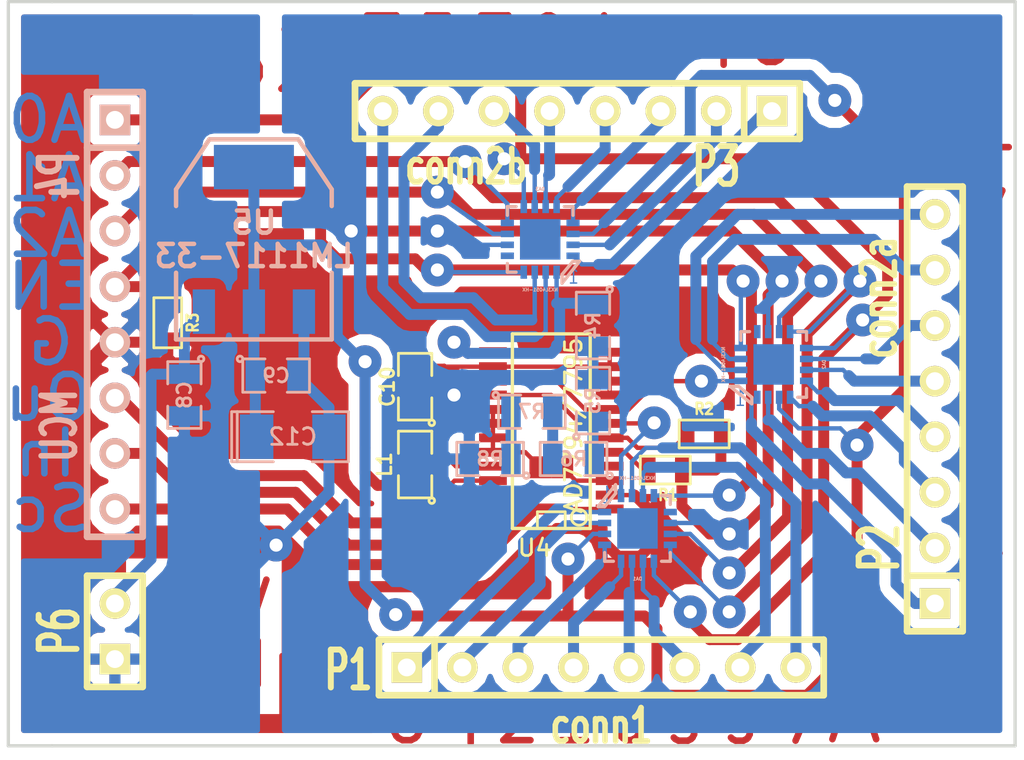
<source format=kicad_pcb>
(kicad_pcb (version 4) (host pcbnew 4.0.7)

  (general
    (links 89)
    (no_connects 0)
    (area 97.869619 27.924999 144.279572 62.875)
    (thickness 1.6)
    (drawings 47)
    (tracks 458)
    (zones 0)
    (modules 24)
    (nets 46)
  )

  (page A3)
  (layers
    (0 F.Cu signal)
    (31 B.Cu signal)
    (32 B.Adhes user)
    (33 F.Adhes user)
    (34 B.Paste user)
    (35 F.Paste user)
    (36 B.SilkS user)
    (37 F.SilkS user)
    (38 B.Mask user)
    (39 F.Mask user)
    (40 Dwgs.User user)
    (41 Cmts.User user)
    (42 Eco1.User user)
    (43 Eco2.User user)
    (44 Edge.Cuts user)
  )

  (setup
    (last_trace_width 0.2)
    (user_trace_width 0.2)
    (user_trace_width 0.5)
    (user_trace_width 1)
    (user_trace_width 2)
    (trace_clearance 0.15)
    (zone_clearance 0.508)
    (zone_45_only no)
    (trace_min 0.2)
    (segment_width 0.2)
    (edge_width 0.15)
    (via_size 1.5)
    (via_drill 0.6)
    (via_min_size 1)
    (via_min_drill 0.6)
    (user_via 1.5 0.6)
    (user_via 2 0.8)
    (uvia_size 0.508)
    (uvia_drill 0.127)
    (uvias_allowed no)
    (uvia_min_size 0.508)
    (uvia_min_drill 0.127)
    (pcb_text_width 0.3)
    (pcb_text_size 1 1)
    (mod_edge_width 0.15)
    (mod_text_size 1 1)
    (mod_text_width 0.15)
    (pad_size 1 1)
    (pad_drill 0)
    (pad_to_mask_clearance 0)
    (aux_axis_origin 0 0)
    (grid_origin 120.015 48.895)
    (visible_elements FFFFFFBF)
    (pcbplotparams
      (layerselection 0x00020_00000000)
      (usegerberextensions false)
      (excludeedgelayer false)
      (linewidth 0.150000)
      (plotframeref false)
      (viasonmask false)
      (mode 1)
      (useauxorigin false)
      (hpglpennumber 1)
      (hpglpenspeed 20)
      (hpglpendiameter 15)
      (hpglpenoverlay 2)
      (psnegative false)
      (psa4output false)
      (plotreference true)
      (plotvalue false)
      (plotinvisibletext false)
      (padsonsilk false)
      (subtractmaskfromsilk false)
      (outputformat 5)
      (mirror true)
      (drillshape 0)
      (scaleselection 1)
      (outputdirectory ""))
  )

  (net 0 "")
  (net 1 /A0)
  (net 2 /A1)
  (net 3 /A2)
  (net 4 /EN)
  (net 5 /SC)
  (net 6 /SDI)
  (net 7 /SDO)
  (net 8 AGND)
  (net 9 VDD)
  (net 10 "Net-(C8-Pad1)")
  (net 11 DGND)
  (net 12 +3V3)
  (net 13 "Net-(DA1-Pad1)")
  (net 14 "Net-(DA1-Pad2)")
  (net 15 "Net-(DA1-Pad3)")
  (net 16 "Net-(DA1-Pad10)")
  (net 17 "Net-(DA1-Pad11)")
  (net 18 "Net-(DA1-Pad12)")
  (net 19 "Net-(DA1-Pad13)")
  (net 20 "Net-(DA1-Pad15)")
  (net 21 "Net-(DA1-Pad16)")
  (net 22 "Net-(DA2-Pad1)")
  (net 23 "Net-(DA2-Pad2)")
  (net 24 "Net-(DA2-Pad3)")
  (net 25 "Net-(DA2-Pad10)")
  (net 26 "Net-(DA2-Pad11)")
  (net 27 "Net-(DA2-Pad12)")
  (net 28 "Net-(DA2-Pad13)")
  (net 29 "Net-(DA2-Pad15)")
  (net 30 "Net-(DA2-Pad16)")
  (net 31 "Net-(DA3-Pad1)")
  (net 32 "Net-(DA3-Pad2)")
  (net 33 "Net-(DA3-Pad3)")
  (net 34 "Net-(DA3-Pad10)")
  (net 35 "Net-(DA3-Pad11)")
  (net 36 "Net-(DA3-Pad12)")
  (net 37 "Net-(DA3-Pad13)")
  (net 38 "Net-(DA3-Pad15)")
  (net 39 "Net-(DA3-Pad16)")
  (net 40 "Net-(R1-Pad1)")
  (net 41 "Net-(R2-Pad1)")
  (net 42 "Net-(R4-Pad2)")
  (net 43 "Net-(R5-Pad1)")
  (net 44 "Net-(R6-Pad2)")
  (net 45 "Net-(R7-Pad1)")

  (net_class Default "This is the default net class."
    (clearance 0.15)
    (trace_width 0.2)
    (via_dia 1.5)
    (via_drill 0.6)
    (uvia_dia 0.508)
    (uvia_drill 0.127)
    (add_net +3V3)
    (add_net /A0)
    (add_net /A1)
    (add_net /A2)
    (add_net /EN)
    (add_net /SC)
    (add_net /SDI)
    (add_net /SDO)
    (add_net AGND)
    (add_net DGND)
    (add_net "Net-(C8-Pad1)")
    (add_net "Net-(DA1-Pad1)")
    (add_net "Net-(DA1-Pad10)")
    (add_net "Net-(DA1-Pad11)")
    (add_net "Net-(DA1-Pad12)")
    (add_net "Net-(DA1-Pad13)")
    (add_net "Net-(DA1-Pad15)")
    (add_net "Net-(DA1-Pad16)")
    (add_net "Net-(DA1-Pad2)")
    (add_net "Net-(DA1-Pad3)")
    (add_net "Net-(DA2-Pad1)")
    (add_net "Net-(DA2-Pad10)")
    (add_net "Net-(DA2-Pad11)")
    (add_net "Net-(DA2-Pad12)")
    (add_net "Net-(DA2-Pad13)")
    (add_net "Net-(DA2-Pad15)")
    (add_net "Net-(DA2-Pad16)")
    (add_net "Net-(DA2-Pad2)")
    (add_net "Net-(DA2-Pad3)")
    (add_net "Net-(DA3-Pad1)")
    (add_net "Net-(DA3-Pad10)")
    (add_net "Net-(DA3-Pad11)")
    (add_net "Net-(DA3-Pad12)")
    (add_net "Net-(DA3-Pad13)")
    (add_net "Net-(DA3-Pad15)")
    (add_net "Net-(DA3-Pad16)")
    (add_net "Net-(DA3-Pad2)")
    (add_net "Net-(DA3-Pad3)")
    (add_net "Net-(R1-Pad1)")
    (add_net "Net-(R2-Pad1)")
    (add_net "Net-(R4-Pad2)")
    (add_net "Net-(R5-Pad1)")
    (add_net "Net-(R6-Pad2)")
    (add_net "Net-(R7-Pad1)")
    (add_net VDD)
  )

  (module SSOP24 (layer F.Cu) (tedit 5B470FE5) (tstamp 547C002E)
    (at 122.809 47.625 90)
    (descr "SSOP 24 pins")
    (tags "CMS SSOP SMD")
    (path /524D62C1)
    (attr smd)
    (fp_text reference U4 (at -5.334 -0.762 180) (layer F.SilkS)
      (effects (font (size 0.762 0.762) (thickness 0.127)))
    )
    (fp_text value AD7794/7795 (at 0.254 1.016 90) (layer F.SilkS)
      (effects (font (size 0.762 0.762) (thickness 0.127)))
    )
    (fp_line (start -4.445 -1.778) (end 4.445 -1.778) (layer F.SilkS) (width 0.1524))
    (fp_line (start 4.445 -1.778) (end 4.445 1.778) (layer F.SilkS) (width 0.1524))
    (fp_line (start 4.445 1.778) (end -4.445 1.778) (layer F.SilkS) (width 0.1524))
    (fp_line (start -4.445 1.778) (end -4.445 -1.778) (layer F.SilkS) (width 0.1524))
    (fp_circle (center -3.937 1.27) (end -4.191 1.016) (layer F.SilkS) (width 0.127))
    (fp_line (start -4.445 -0.635) (end -3.683 -0.635) (layer F.SilkS) (width 0.127))
    (fp_line (start -3.683 -0.635) (end -3.683 0.635) (layer F.SilkS) (width 0.127))
    (fp_line (start -3.683 0.635) (end -4.445 0.635) (layer F.SilkS) (width 0.127))
    (pad 1 smd rect (at -3.556 2.667 90) (size 0.4064 1.27) (layers F.Cu F.Paste F.Mask)
      (net 5 /SC))
    (pad 2 smd rect (at -2.921 2.667 90) (size 0.4064 1.27) (layers F.Cu F.Paste F.Mask)
      (net 11 DGND))
    (pad 3 smd rect (at -2.2606 2.667 90) (size 0.4064 1.27) (layers F.Cu F.Paste F.Mask)
      (net 11 DGND))
    (pad 4 smd rect (at -1.6002 2.667 90) (size 0.4064 1.27) (layers F.Cu F.Paste F.Mask))
    (pad 5 smd rect (at -0.9652 2.667 90) (size 0.4064 1.27) (layers F.Cu F.Paste F.Mask)
      (net 40 "Net-(R1-Pad1)"))
    (pad 6 smd rect (at -0.3048 2.667 90) (size 0.4064 1.27) (layers F.Cu F.Paste F.Mask)
      (net 41 "Net-(R2-Pad1)"))
    (pad 7 smd rect (at 0.3556 2.667 90) (size 0.4064 1.27) (layers F.Cu F.Paste F.Mask)
      (net 13 "Net-(DA1-Pad1)"))
    (pad 8 smd rect (at 0.9906 2.667 90) (size 0.4064 1.27) (layers F.Cu F.Paste F.Mask)
      (net 22 "Net-(DA2-Pad1)"))
    (pad 9 smd rect (at 1.651 2.667 90) (size 0.4064 1.27) (layers F.Cu F.Paste F.Mask)
      (net 8 AGND))
    (pad 10 smd rect (at 2.286 2.667 90) (size 0.4064 1.27) (layers F.Cu F.Paste F.Mask)
      (net 8 AGND))
    (pad 11 smd rect (at 2.9464 2.667 90) (size 0.4064 1.27) (layers F.Cu F.Paste F.Mask)
      (net 8 AGND))
    (pad 12 smd rect (at 3.6068 2.667 90) (size 0.4064 1.27) (layers F.Cu F.Paste F.Mask)
      (net 8 AGND))
    (pad 13 smd rect (at 3.6322 -2.667 90) (size 0.4064 1.27) (layers F.Cu F.Paste F.Mask)
      (net 31 "Net-(DA3-Pad1)"))
    (pad 14 smd rect (at 2.9464 -2.667 90) (size 0.4064 1.27) (layers F.Cu F.Paste F.Mask)
      (net 8 AGND))
    (pad 15 smd rect (at 2.286 -2.667 90) (size 0.4064 1.27) (layers F.Cu F.Paste F.Mask)
      (net 22 "Net-(DA2-Pad1)"))
    (pad 16 smd rect (at 1.651 -2.667 90) (size 0.4064 1.27) (layers F.Cu F.Paste F.Mask)
      (net 13 "Net-(DA1-Pad1)"))
    (pad 17 smd rect (at 0.9906 -2.667 90) (size 0.4064 1.27) (layers F.Cu F.Paste F.Mask)
      (net 8 AGND))
    (pad 18 smd rect (at 0.3556 -2.667 90) (size 0.4064 1.27) (layers F.Cu F.Paste F.Mask)
      (net 8 AGND))
    (pad 19 smd rect (at -0.3048 -2.667 90) (size 0.4064 1.27) (layers F.Cu F.Paste F.Mask)
      (net 8 AGND))
    (pad 20 smd rect (at -0.9652 -2.667 90) (size 0.4064 1.27) (layers F.Cu F.Paste F.Mask)
      (net 8 AGND))
    (pad 21 smd rect (at -1.6002 -2.667 90) (size 0.4064 1.27) (layers F.Cu F.Paste F.Mask)
      (net 12 +3V3))
    (pad 22 smd rect (at -2.2606 -2.667 90) (size 0.4064 1.27) (layers F.Cu F.Paste F.Mask)
      (net 9 VDD))
    (pad 23 smd rect (at -2.921 -2.667 90) (size 0.4064 1.27) (layers F.Cu F.Paste F.Mask)
      (net 6 /SDI))
    (pad 24 smd rect (at -3.556 -2.667 90) (size 0.4064 1.27) (layers F.Cu F.Paste F.Mask)
      (net 7 /SDO))
    (model smd/cms_soj24.wrl
      (at (xyz 0 0 0))
      (scale (xyz 0.256 0.35 0.25))
      (rotate (xyz 0 0 0))
    )
  )

  (module SOT223 (layer B.Cu) (tedit 200000) (tstamp 547C003E)
    (at 109.22 38.862 180)
    (descr "module CMS SOT223 4 pins")
    (tags "CMS SOT")
    (path /535787B7)
    (attr smd)
    (fp_text reference U5 (at 0 0.762 180) (layer B.SilkS)
      (effects (font (size 1.016 1.016) (thickness 0.2032)) (justify mirror))
    )
    (fp_text value LM1117-33 (at 0 -0.762 180) (layer B.SilkS)
      (effects (font (size 1.016 1.016) (thickness 0.2032)) (justify mirror))
    )
    (fp_line (start -3.556 -1.524) (end -3.556 -4.572) (layer B.SilkS) (width 0.2032))
    (fp_line (start -3.556 -4.572) (end 3.556 -4.572) (layer B.SilkS) (width 0.2032))
    (fp_line (start 3.556 -4.572) (end 3.556 -1.524) (layer B.SilkS) (width 0.2032))
    (fp_line (start -3.556 1.524) (end -3.556 2.286) (layer B.SilkS) (width 0.2032))
    (fp_line (start -3.556 2.286) (end -2.032 4.572) (layer B.SilkS) (width 0.2032))
    (fp_line (start -2.032 4.572) (end 2.032 4.572) (layer B.SilkS) (width 0.2032))
    (fp_line (start 2.032 4.572) (end 3.556 2.286) (layer B.SilkS) (width 0.2032))
    (fp_line (start 3.556 2.286) (end 3.556 1.524) (layer B.SilkS) (width 0.2032))
    (pad 4 smd rect (at 0 3.302 180) (size 3.6576 2.032) (layers B.Cu B.Paste B.Mask)
      (net 9 VDD))
    (pad 2 smd rect (at 0 -3.302 180) (size 1.016 2.032) (layers B.Cu B.Paste B.Mask)
      (net 9 VDD))
    (pad 3 smd rect (at 2.286 -3.302 180) (size 1.016 2.032) (layers B.Cu B.Paste B.Mask)
      (net 10 "Net-(C8-Pad1)"))
    (pad 1 smd rect (at -2.286 -3.302 180) (size 1.016 2.032) (layers B.Cu B.Paste B.Mask)
      (net 11 DGND))
    (model smd/SOT223.wrl
      (at (xyz 0 0 0))
      (scale (xyz 0.4 0.4 0.4))
      (rotate (xyz 0 0 0))
    )
  )

  (module SM1206POL (layer B.Cu) (tedit 42806E4C) (tstamp 547C004D)
    (at 110.998 47.879)
    (path /5357750C)
    (attr smd)
    (fp_text reference C12 (at 0 0) (layer B.SilkS)
      (effects (font (size 0.762 0.762) (thickness 0.127)) (justify mirror))
    )
    (fp_text value 47u (at 0 0) (layer B.SilkS) hide
      (effects (font (size 0.762 0.762) (thickness 0.127)) (justify mirror))
    )
    (fp_line (start -2.54 1.143) (end -2.794 1.143) (layer B.SilkS) (width 0.127))
    (fp_line (start -2.794 1.143) (end -2.794 -1.143) (layer B.SilkS) (width 0.127))
    (fp_line (start -2.794 -1.143) (end -2.54 -1.143) (layer B.SilkS) (width 0.127))
    (fp_line (start -2.54 1.143) (end -2.54 -1.143) (layer B.SilkS) (width 0.127))
    (fp_line (start -2.54 -1.143) (end -0.889 -1.143) (layer B.SilkS) (width 0.127))
    (fp_line (start 0.889 1.143) (end 2.54 1.143) (layer B.SilkS) (width 0.127))
    (fp_line (start 2.54 1.143) (end 2.54 -1.143) (layer B.SilkS) (width 0.127))
    (fp_line (start 2.54 -1.143) (end 0.889 -1.143) (layer B.SilkS) (width 0.127))
    (fp_line (start -0.889 1.143) (end -2.54 1.143) (layer B.SilkS) (width 0.127))
    (pad 1 smd rect (at -1.651 0) (size 1.524 2.032) (layers B.Cu B.Paste B.Mask)
      (net 9 VDD))
    (pad 2 smd rect (at 1.651 0) (size 1.524 2.032) (layers B.Cu B.Paste B.Mask)
      (net 11 DGND))
    (model smd/chip_cms_pol.wrl
      (at (xyz 0 0 0))
      (scale (xyz 0.17 0.16 0.16))
      (rotate (xyz 0 0 0))
    )
  )

  (module SM0805 (layer B.Cu) (tedit 42806E04) (tstamp 547C005A)
    (at 120.015 48.895 180)
    (path /547C0DF0)
    (attr smd)
    (fp_text reference R8 (at 0 0 180) (layer B.SilkS)
      (effects (font (size 0.635 0.635) (thickness 0.127)) (justify mirror))
    )
    (fp_text value "1k 0.1% (RT0805BRB071KL)" (at 0 0 180) (layer B.SilkS) hide
      (effects (font (size 0.635 0.635) (thickness 0.127)) (justify mirror))
    )
    (fp_circle (center -1.651 -0.762) (end -1.651 -0.635) (layer B.SilkS) (width 0.127))
    (fp_line (start -0.508 -0.762) (end -1.524 -0.762) (layer B.SilkS) (width 0.127))
    (fp_line (start -1.524 -0.762) (end -1.524 0.762) (layer B.SilkS) (width 0.127))
    (fp_line (start -1.524 0.762) (end -0.508 0.762) (layer B.SilkS) (width 0.127))
    (fp_line (start 0.508 0.762) (end 1.524 0.762) (layer B.SilkS) (width 0.127))
    (fp_line (start 1.524 0.762) (end 1.524 -0.762) (layer B.SilkS) (width 0.127))
    (fp_line (start 1.524 -0.762) (end 0.508 -0.762) (layer B.SilkS) (width 0.127))
    (pad 1 smd rect (at -0.9525 0 180) (size 0.889 1.397) (layers B.Cu B.Paste B.Mask)
      (net 45 "Net-(R7-Pad1)"))
    (pad 2 smd rect (at 0.9525 0 180) (size 0.889 1.397) (layers B.Cu B.Paste B.Mask)
      (net 8 AGND))
    (model smd/chip_cms.wrl
      (at (xyz 0 0 0))
      (scale (xyz 0.1 0.1 0.1))
      (rotate (xyz 0 0 0))
    )
  )

  (module SM0805 (layer B.Cu) (tedit 42806E04) (tstamp 547C0067)
    (at 121.92 46.736)
    (path /547C0DEA)
    (attr smd)
    (fp_text reference R7 (at 0 0) (layer B.SilkS)
      (effects (font (size 0.635 0.635) (thickness 0.127)) (justify mirror))
    )
    (fp_text value "1k 0.1% (RT0805BRB071KL)" (at 0 0) (layer B.SilkS) hide
      (effects (font (size 0.635 0.635) (thickness 0.127)) (justify mirror))
    )
    (fp_circle (center -1.651 -0.762) (end -1.651 -0.635) (layer B.SilkS) (width 0.127))
    (fp_line (start -0.508 -0.762) (end -1.524 -0.762) (layer B.SilkS) (width 0.127))
    (fp_line (start -1.524 -0.762) (end -1.524 0.762) (layer B.SilkS) (width 0.127))
    (fp_line (start -1.524 0.762) (end -0.508 0.762) (layer B.SilkS) (width 0.127))
    (fp_line (start 0.508 0.762) (end 1.524 0.762) (layer B.SilkS) (width 0.127))
    (fp_line (start 1.524 0.762) (end 1.524 -0.762) (layer B.SilkS) (width 0.127))
    (fp_line (start 1.524 -0.762) (end 0.508 -0.762) (layer B.SilkS) (width 0.127))
    (pad 1 smd rect (at -0.9525 0) (size 0.889 1.397) (layers B.Cu B.Paste B.Mask)
      (net 45 "Net-(R7-Pad1)"))
    (pad 2 smd rect (at 0.9525 0) (size 0.889 1.397) (layers B.Cu B.Paste B.Mask)
      (net 44 "Net-(R6-Pad2)"))
    (model smd/chip_cms.wrl
      (at (xyz 0 0 0))
      (scale (xyz 0.1 0.1 0.1))
      (rotate (xyz 0 0 0))
    )
  )

  (module SM0805 (layer B.Cu) (tedit 42806E04) (tstamp 547C0074)
    (at 123.825 48.895 180)
    (path /547C0DE4)
    (attr smd)
    (fp_text reference R6 (at 0 0 180) (layer B.SilkS)
      (effects (font (size 0.635 0.635) (thickness 0.127)) (justify mirror))
    )
    (fp_text value "1k 0.1% (RT0805BRB071KL)" (at 0 0 180) (layer B.SilkS) hide
      (effects (font (size 0.635 0.635) (thickness 0.127)) (justify mirror))
    )
    (fp_circle (center -1.651 -0.762) (end -1.651 -0.635) (layer B.SilkS) (width 0.127))
    (fp_line (start -0.508 -0.762) (end -1.524 -0.762) (layer B.SilkS) (width 0.127))
    (fp_line (start -1.524 -0.762) (end -1.524 0.762) (layer B.SilkS) (width 0.127))
    (fp_line (start -1.524 0.762) (end -0.508 0.762) (layer B.SilkS) (width 0.127))
    (fp_line (start 0.508 0.762) (end 1.524 0.762) (layer B.SilkS) (width 0.127))
    (fp_line (start 1.524 0.762) (end 1.524 -0.762) (layer B.SilkS) (width 0.127))
    (fp_line (start 1.524 -0.762) (end 0.508 -0.762) (layer B.SilkS) (width 0.127))
    (pad 1 smd rect (at -0.9525 0 180) (size 0.889 1.397) (layers B.Cu B.Paste B.Mask)
      (net 43 "Net-(R5-Pad1)"))
    (pad 2 smd rect (at 0.9525 0 180) (size 0.889 1.397) (layers B.Cu B.Paste B.Mask)
      (net 44 "Net-(R6-Pad2)"))
    (model smd/chip_cms.wrl
      (at (xyz 0 0 0))
      (scale (xyz 0.1 0.1 0.1))
      (rotate (xyz 0 0 0))
    )
  )

  (module SM0805 (layer B.Cu) (tedit 42806E04) (tstamp 547C0081)
    (at 124.714 46.228 90)
    (path /547C0DD9)
    (attr smd)
    (fp_text reference R5 (at 0 0 90) (layer B.SilkS)
      (effects (font (size 0.635 0.635) (thickness 0.127)) (justify mirror))
    )
    (fp_text value "1k 0.1% (RT0805BRB071KL)" (at 0 0 90) (layer B.SilkS) hide
      (effects (font (size 0.635 0.635) (thickness 0.127)) (justify mirror))
    )
    (fp_circle (center -1.651 -0.762) (end -1.651 -0.635) (layer B.SilkS) (width 0.127))
    (fp_line (start -0.508 -0.762) (end -1.524 -0.762) (layer B.SilkS) (width 0.127))
    (fp_line (start -1.524 -0.762) (end -1.524 0.762) (layer B.SilkS) (width 0.127))
    (fp_line (start -1.524 0.762) (end -0.508 0.762) (layer B.SilkS) (width 0.127))
    (fp_line (start 0.508 0.762) (end 1.524 0.762) (layer B.SilkS) (width 0.127))
    (fp_line (start 1.524 0.762) (end 1.524 -0.762) (layer B.SilkS) (width 0.127))
    (fp_line (start 1.524 -0.762) (end 0.508 -0.762) (layer B.SilkS) (width 0.127))
    (pad 1 smd rect (at -0.9525 0 90) (size 0.889 1.397) (layers B.Cu B.Paste B.Mask)
      (net 43 "Net-(R5-Pad1)"))
    (pad 2 smd rect (at 0.9525 0 90) (size 0.889 1.397) (layers B.Cu B.Paste B.Mask)
      (net 42 "Net-(R4-Pad2)"))
    (model smd/chip_cms.wrl
      (at (xyz 0 0 0))
      (scale (xyz 0.1 0.1 0.1))
      (rotate (xyz 0 0 0))
    )
  )

  (module SM0805 (layer F.Cu) (tedit 5B471001) (tstamp 547C008E)
    (at 116.586 45.593 90)
    (path /5357821E)
    (attr smd)
    (fp_text reference C10 (at 0 -1.27 90) (layer F.SilkS)
      (effects (font (size 0.635 0.635) (thickness 0.127)))
    )
    (fp_text value 1u (at 0 0 90) (layer F.SilkS) hide
      (effects (font (size 0.635 0.635) (thickness 0.127)))
    )
    (fp_circle (center -1.651 0.762) (end -1.651 0.635) (layer F.SilkS) (width 0.127))
    (fp_line (start -0.508 0.762) (end -1.524 0.762) (layer F.SilkS) (width 0.127))
    (fp_line (start -1.524 0.762) (end -1.524 -0.762) (layer F.SilkS) (width 0.127))
    (fp_line (start -1.524 -0.762) (end -0.508 -0.762) (layer F.SilkS) (width 0.127))
    (fp_line (start 0.508 -0.762) (end 1.524 -0.762) (layer F.SilkS) (width 0.127))
    (fp_line (start 1.524 -0.762) (end 1.524 0.762) (layer F.SilkS) (width 0.127))
    (fp_line (start 1.524 0.762) (end 0.508 0.762) (layer F.SilkS) (width 0.127))
    (pad 1 smd rect (at -0.9525 0 90) (size 0.889 1.397) (layers F.Cu F.Paste F.Mask)
      (net 12 +3V3))
    (pad 2 smd rect (at 0.9525 0 90) (size 0.889 1.397) (layers F.Cu F.Paste F.Mask)
      (net 8 AGND))
    (model smd/chip_cms.wrl
      (at (xyz 0 0 0))
      (scale (xyz 0.1 0.1 0.1))
      (rotate (xyz 0 0 0))
    )
  )

  (module SM0805 (layer B.Cu) (tedit 42806E04) (tstamp 547C009B)
    (at 106.045 45.974 270)
    (path /53576FC3)
    (attr smd)
    (fp_text reference C8 (at 0 0 270) (layer B.SilkS)
      (effects (font (size 0.635 0.635) (thickness 0.127)) (justify mirror))
    )
    (fp_text value 0.1u (at 0 0 270) (layer B.SilkS) hide
      (effects (font (size 0.635 0.635) (thickness 0.127)) (justify mirror))
    )
    (fp_circle (center -1.651 -0.762) (end -1.651 -0.635) (layer B.SilkS) (width 0.127))
    (fp_line (start -0.508 -0.762) (end -1.524 -0.762) (layer B.SilkS) (width 0.127))
    (fp_line (start -1.524 -0.762) (end -1.524 0.762) (layer B.SilkS) (width 0.127))
    (fp_line (start -1.524 0.762) (end -0.508 0.762) (layer B.SilkS) (width 0.127))
    (fp_line (start 0.508 0.762) (end 1.524 0.762) (layer B.SilkS) (width 0.127))
    (fp_line (start 1.524 0.762) (end 1.524 -0.762) (layer B.SilkS) (width 0.127))
    (fp_line (start 1.524 -0.762) (end 0.508 -0.762) (layer B.SilkS) (width 0.127))
    (pad 1 smd rect (at -0.9525 0 270) (size 0.889 1.397) (layers B.Cu B.Paste B.Mask)
      (net 10 "Net-(C8-Pad1)"))
    (pad 2 smd rect (at 0.9525 0 270) (size 0.889 1.397) (layers B.Cu B.Paste B.Mask)
      (net 11 DGND))
    (model smd/chip_cms.wrl
      (at (xyz 0 0 0))
      (scale (xyz 0.1 0.1 0.1))
      (rotate (xyz 0 0 0))
    )
  )

  (module SM0805 (layer B.Cu) (tedit 42806E04) (tstamp 547C00A8)
    (at 110.236 45.085)
    (path /53576FB6)
    (attr smd)
    (fp_text reference C9 (at 0 0) (layer B.SilkS)
      (effects (font (size 0.635 0.635) (thickness 0.127)) (justify mirror))
    )
    (fp_text value 0.1u (at 0 0) (layer B.SilkS) hide
      (effects (font (size 0.635 0.635) (thickness 0.127)) (justify mirror))
    )
    (fp_circle (center -1.651 -0.762) (end -1.651 -0.635) (layer B.SilkS) (width 0.127))
    (fp_line (start -0.508 -0.762) (end -1.524 -0.762) (layer B.SilkS) (width 0.127))
    (fp_line (start -1.524 -0.762) (end -1.524 0.762) (layer B.SilkS) (width 0.127))
    (fp_line (start -1.524 0.762) (end -0.508 0.762) (layer B.SilkS) (width 0.127))
    (fp_line (start 0.508 0.762) (end 1.524 0.762) (layer B.SilkS) (width 0.127))
    (fp_line (start 1.524 0.762) (end 1.524 -0.762) (layer B.SilkS) (width 0.127))
    (fp_line (start 1.524 -0.762) (end 0.508 -0.762) (layer B.SilkS) (width 0.127))
    (pad 1 smd rect (at -0.9525 0) (size 0.889 1.397) (layers B.Cu B.Paste B.Mask)
      (net 9 VDD))
    (pad 2 smd rect (at 0.9525 0) (size 0.889 1.397) (layers B.Cu B.Paste B.Mask)
      (net 11 DGND))
    (model smd/chip_cms.wrl
      (at (xyz 0 0 0))
      (scale (xyz 0.1 0.1 0.1))
      (rotate (xyz 0 0 0))
    )
  )

  (module SM0805 (layer F.Cu) (tedit 5B470FFD) (tstamp 547C00B5)
    (at 116.586 49.149 90)
    (path /53577523)
    (attr smd)
    (fp_text reference L1 (at 0 -1.397 90) (layer F.SilkS)
      (effects (font (size 0.635 0.635) (thickness 0.127)))
    )
    (fp_text value BMB2A0300AN1 (at 0 0 90) (layer F.SilkS) hide
      (effects (font (size 0.635 0.635) (thickness 0.127)))
    )
    (fp_circle (center -1.651 0.762) (end -1.651 0.635) (layer F.SilkS) (width 0.127))
    (fp_line (start -0.508 0.762) (end -1.524 0.762) (layer F.SilkS) (width 0.127))
    (fp_line (start -1.524 0.762) (end -1.524 -0.762) (layer F.SilkS) (width 0.127))
    (fp_line (start -1.524 -0.762) (end -0.508 -0.762) (layer F.SilkS) (width 0.127))
    (fp_line (start 0.508 -0.762) (end 1.524 -0.762) (layer F.SilkS) (width 0.127))
    (fp_line (start 1.524 -0.762) (end 1.524 0.762) (layer F.SilkS) (width 0.127))
    (fp_line (start 1.524 0.762) (end 0.508 0.762) (layer F.SilkS) (width 0.127))
    (pad 1 smd rect (at -0.9525 0 90) (size 0.889 1.397) (layers F.Cu F.Paste F.Mask)
      (net 9 VDD))
    (pad 2 smd rect (at 0.9525 0 90) (size 0.889 1.397) (layers F.Cu F.Paste F.Mask)
      (net 12 +3V3))
    (model smd/chip_cms.wrl
      (at (xyz 0 0 0))
      (scale (xyz 0.1 0.1 0.1))
      (rotate (xyz 0 0 0))
    )
  )

  (module SM0805 (layer B.Cu) (tedit 42806E04) (tstamp 547C00C2)
    (at 124.714 42.799 270)
    (path /53562118)
    (attr smd)
    (fp_text reference R4 (at 0 0 270) (layer B.SilkS)
      (effects (font (size 0.635 0.635) (thickness 0.127)) (justify mirror))
    )
    (fp_text value "1k 0.1% (RT0805BRB071KL)" (at 0 0 270) (layer B.SilkS) hide
      (effects (font (size 0.635 0.635) (thickness 0.127)) (justify mirror))
    )
    (fp_circle (center -1.651 -0.762) (end -1.651 -0.635) (layer B.SilkS) (width 0.127))
    (fp_line (start -0.508 -0.762) (end -1.524 -0.762) (layer B.SilkS) (width 0.127))
    (fp_line (start -1.524 -0.762) (end -1.524 0.762) (layer B.SilkS) (width 0.127))
    (fp_line (start -1.524 0.762) (end -0.508 0.762) (layer B.SilkS) (width 0.127))
    (fp_line (start 0.508 0.762) (end 1.524 0.762) (layer B.SilkS) (width 0.127))
    (fp_line (start 1.524 0.762) (end 1.524 -0.762) (layer B.SilkS) (width 0.127))
    (fp_line (start 1.524 -0.762) (end 0.508 -0.762) (layer B.SilkS) (width 0.127))
    (pad 1 smd rect (at -0.9525 0 270) (size 0.889 1.397) (layers B.Cu B.Paste B.Mask)
      (net 31 "Net-(DA3-Pad1)"))
    (pad 2 smd rect (at 0.9525 0 270) (size 0.889 1.397) (layers B.Cu B.Paste B.Mask)
      (net 42 "Net-(R4-Pad2)"))
    (model smd/chip_cms.wrl
      (at (xyz 0 0 0))
      (scale (xyz 0.1 0.1 0.1))
      (rotate (xyz 0 0 0))
    )
  )

  (module SM0603 (layer F.Cu) (tedit 5B470FEB) (tstamp 547C00CC)
    (at 129.794 47.752)
    (path /535793A8)
    (attr smd)
    (fp_text reference R2 (at 0 -1.143) (layer F.SilkS)
      (effects (font (size 0.508 0.4572) (thickness 0.1143)))
    )
    (fp_text value 10k (at 0 0) (layer F.SilkS) hide
      (effects (font (size 0.508 0.4572) (thickness 0.1143)))
    )
    (fp_line (start -1.143 -0.635) (end 1.143 -0.635) (layer F.SilkS) (width 0.127))
    (fp_line (start 1.143 -0.635) (end 1.143 0.635) (layer F.SilkS) (width 0.127))
    (fp_line (start 1.143 0.635) (end -1.143 0.635) (layer F.SilkS) (width 0.127))
    (fp_line (start -1.143 0.635) (end -1.143 -0.635) (layer F.SilkS) (width 0.127))
    (pad 1 smd rect (at -0.762 0) (size 0.635 1.143) (layers F.Cu F.Paste F.Mask)
      (net 41 "Net-(R2-Pad1)"))
    (pad 2 smd rect (at 0.762 0) (size 0.635 1.143) (layers F.Cu F.Paste F.Mask)
      (net 8 AGND))
    (model smd\resistors\R0603.wrl
      (at (xyz 0 0 0.001))
      (scale (xyz 0.5 0.5 0.5))
      (rotate (xyz 0 0 0))
    )
  )

  (module SM0603 (layer F.Cu) (tedit 5B47100A) (tstamp 547C00D6)
    (at 105.283 42.672 270)
    (path /5357C8F8)
    (attr smd)
    (fp_text reference R3 (at 0 -1.143 270) (layer F.SilkS)
      (effects (font (size 0.508 0.4572) (thickness 0.1143)))
    )
    (fp_text value 47k (at 0 0 270) (layer F.SilkS) hide
      (effects (font (size 0.508 0.4572) (thickness 0.1143)))
    )
    (fp_line (start -1.143 -0.635) (end 1.143 -0.635) (layer F.SilkS) (width 0.127))
    (fp_line (start 1.143 -0.635) (end 1.143 0.635) (layer F.SilkS) (width 0.127))
    (fp_line (start 1.143 0.635) (end -1.143 0.635) (layer F.SilkS) (width 0.127))
    (fp_line (start -1.143 0.635) (end -1.143 -0.635) (layer F.SilkS) (width 0.127))
    (pad 1 smd rect (at -0.762 0 270) (size 0.635 1.143) (layers F.Cu F.Paste F.Mask)
      (net 4 /EN))
    (pad 2 smd rect (at 0.762 0 270) (size 0.635 1.143) (layers F.Cu F.Paste F.Mask)
      (net 11 DGND))
    (model smd\resistors\R0603.wrl
      (at (xyz 0 0 0.001))
      (scale (xyz 0.5 0.5 0.5))
      (rotate (xyz 0 0 0))
    )
  )

  (module SM0603 (layer F.Cu) (tedit 5B470FF2) (tstamp 547C00E0)
    (at 128.016 49.403)
    (path /53579396)
    (attr smd)
    (fp_text reference R1 (at 0.127 1.143) (layer F.SilkS)
      (effects (font (size 0.508 0.4572) (thickness 0.1143)))
    )
    (fp_text value 10k (at 0 0) (layer F.SilkS) hide
      (effects (font (size 0.508 0.4572) (thickness 0.1143)))
    )
    (fp_line (start -1.143 -0.635) (end 1.143 -0.635) (layer F.SilkS) (width 0.127))
    (fp_line (start 1.143 -0.635) (end 1.143 0.635) (layer F.SilkS) (width 0.127))
    (fp_line (start 1.143 0.635) (end -1.143 0.635) (layer F.SilkS) (width 0.127))
    (fp_line (start -1.143 0.635) (end -1.143 -0.635) (layer F.SilkS) (width 0.127))
    (pad 1 smd rect (at -0.762 0) (size 0.635 1.143) (layers F.Cu F.Paste F.Mask)
      (net 40 "Net-(R1-Pad1)"))
    (pad 2 smd rect (at 0.762 0) (size 0.635 1.143) (layers F.Cu F.Paste F.Mask)
      (net 8 AGND))
    (model smd\resistors\R0603.wrl
      (at (xyz 0 0 0.001))
      (scale (xyz 0.5 0.5 0.5))
      (rotate (xyz 0 0 0))
    )
  )

  (module SIL-8 (layer F.Cu) (tedit 547C0D1A) (tstamp 547C00F1)
    (at 125.095 58.42)
    (descr "Connecteur 8 pins")
    (tags "CONN DEV")
    (path /53579853)
    (fp_text reference P1 (at -11.557 0.127) (layer F.SilkS)
      (effects (font (size 1.72974 1.08712) (thickness 0.3048)))
    )
    (fp_text value conn1 (at 0 2.667) (layer F.SilkS)
      (effects (font (size 1.524 1.016) (thickness 0.3048)))
    )
    (fp_line (start -10.16 -1.27) (end 10.16 -1.27) (layer F.SilkS) (width 0.3048))
    (fp_line (start 10.16 -1.27) (end 10.16 1.27) (layer F.SilkS) (width 0.3048))
    (fp_line (start 10.16 1.27) (end -10.16 1.27) (layer F.SilkS) (width 0.3048))
    (fp_line (start -10.16 1.27) (end -10.16 -1.27) (layer F.SilkS) (width 0.3048))
    (fp_line (start -7.62 1.27) (end -7.62 -1.27) (layer F.SilkS) (width 0.3048))
    (pad 1 thru_hole rect (at -8.89 0) (size 1.397 1.397) (drill 0.8128) (layers *.Cu *.Mask F.SilkS)
      (net 21 "Net-(DA1-Pad16)"))
    (pad 2 thru_hole circle (at -6.35 0) (size 1.397 1.397) (drill 0.8128) (layers *.Cu *.Mask F.SilkS)
      (net 20 "Net-(DA1-Pad15)"))
    (pad 3 thru_hole circle (at -3.81 0) (size 1.397 1.397) (drill 0.8128) (layers *.Cu *.Mask F.SilkS)
      (net 19 "Net-(DA1-Pad13)"))
    (pad 4 thru_hole circle (at -1.27 0) (size 1.397 1.397) (drill 0.8128) (layers *.Cu *.Mask F.SilkS)
      (net 18 "Net-(DA1-Pad12)"))
    (pad 5 thru_hole circle (at 1.27 0) (size 1.397 1.397) (drill 0.8128) (layers *.Cu *.Mask F.SilkS)
      (net 17 "Net-(DA1-Pad11)"))
    (pad 6 thru_hole circle (at 3.81 0) (size 1.397 1.397) (drill 0.8128) (layers *.Cu *.Mask F.SilkS)
      (net 16 "Net-(DA1-Pad10)"))
    (pad 7 thru_hole circle (at 6.35 0) (size 1.397 1.397) (drill 0.8128) (layers *.Cu *.Mask F.SilkS)
      (net 15 "Net-(DA1-Pad3)"))
    (pad 8 thru_hole circle (at 8.89 0) (size 1.397 1.397) (drill 0.8128) (layers *.Cu *.Mask F.SilkS)
      (net 14 "Net-(DA1-Pad2)"))
  )

  (module SIL-8 (layer B.Cu) (tedit 200000) (tstamp 547C0102)
    (at 102.87 42.291 270)
    (descr "Connecteur 8 pins")
    (tags "CONN DEV")
    (path /5357BA72)
    (fp_text reference P4 (at -6.35 2.54 270) (layer B.SilkS)
      (effects (font (size 1.72974 1.08712) (thickness 0.3048)) (justify mirror))
    )
    (fp_text value MCU (at 5.08 2.54 270) (layer B.SilkS)
      (effects (font (size 1.524 1.016) (thickness 0.3048)) (justify mirror))
    )
    (fp_line (start -10.16 1.27) (end 10.16 1.27) (layer B.SilkS) (width 0.3048))
    (fp_line (start 10.16 1.27) (end 10.16 -1.27) (layer B.SilkS) (width 0.3048))
    (fp_line (start 10.16 -1.27) (end -10.16 -1.27) (layer B.SilkS) (width 0.3048))
    (fp_line (start -10.16 -1.27) (end -10.16 1.27) (layer B.SilkS) (width 0.3048))
    (fp_line (start -7.62 -1.27) (end -7.62 1.27) (layer B.SilkS) (width 0.3048))
    (pad 1 thru_hole rect (at -8.89 0 270) (size 1.397 1.397) (drill 0.8128) (layers *.Cu *.Mask B.SilkS)
      (net 1 /A0))
    (pad 2 thru_hole circle (at -6.35 0 270) (size 1.397 1.397) (drill 0.8128) (layers *.Cu *.Mask B.SilkS)
      (net 2 /A1))
    (pad 3 thru_hole circle (at -3.81 0 270) (size 1.397 1.397) (drill 0.8128) (layers *.Cu *.Mask B.SilkS)
      (net 3 /A2))
    (pad 4 thru_hole circle (at -1.27 0 270) (size 1.397 1.397) (drill 0.8128) (layers *.Cu *.Mask B.SilkS)
      (net 4 /EN))
    (pad 5 thru_hole circle (at 1.27 0 270) (size 1.397 1.397) (drill 0.8128) (layers *.Cu *.Mask B.SilkS)
      (net 11 DGND))
    (pad 6 thru_hole circle (at 3.81 0 270) (size 1.397 1.397) (drill 0.8128) (layers *.Cu *.Mask B.SilkS)
      (net 6 /SDI))
    (pad 7 thru_hole circle (at 6.35 0 270) (size 1.397 1.397) (drill 0.8128) (layers *.Cu *.Mask B.SilkS)
      (net 7 /SDO))
    (pad 8 thru_hole circle (at 8.89 0 270) (size 1.397 1.397) (drill 0.8128) (layers *.Cu *.Mask B.SilkS)
      (net 5 /SC))
  )

  (module SIL-8 (layer F.Cu) (tedit 200000) (tstamp 547C0113)
    (at 140.335 46.609 90)
    (descr "Connecteur 8 pins")
    (tags "CONN DEV")
    (path /5475974D)
    (fp_text reference P2 (at -6.35 -2.54 90) (layer F.SilkS)
      (effects (font (size 1.72974 1.08712) (thickness 0.3048)))
    )
    (fp_text value conn2a (at 5.08 -2.54 90) (layer F.SilkS)
      (effects (font (size 1.524 1.016) (thickness 0.3048)))
    )
    (fp_line (start -10.16 -1.27) (end 10.16 -1.27) (layer F.SilkS) (width 0.3048))
    (fp_line (start 10.16 -1.27) (end 10.16 1.27) (layer F.SilkS) (width 0.3048))
    (fp_line (start 10.16 1.27) (end -10.16 1.27) (layer F.SilkS) (width 0.3048))
    (fp_line (start -10.16 1.27) (end -10.16 -1.27) (layer F.SilkS) (width 0.3048))
    (fp_line (start -7.62 1.27) (end -7.62 -1.27) (layer F.SilkS) (width 0.3048))
    (pad 1 thru_hole rect (at -8.89 0 90) (size 1.397 1.397) (drill 0.8128) (layers *.Cu *.Mask F.SilkS)
      (net 30 "Net-(DA2-Pad16)"))
    (pad 2 thru_hole circle (at -6.35 0 90) (size 1.397 1.397) (drill 0.8128) (layers *.Cu *.Mask F.SilkS)
      (net 29 "Net-(DA2-Pad15)"))
    (pad 3 thru_hole circle (at -3.81 0 90) (size 1.397 1.397) (drill 0.8128) (layers *.Cu *.Mask F.SilkS)
      (net 28 "Net-(DA2-Pad13)"))
    (pad 4 thru_hole circle (at -1.27 0 90) (size 1.397 1.397) (drill 0.8128) (layers *.Cu *.Mask F.SilkS)
      (net 27 "Net-(DA2-Pad12)"))
    (pad 5 thru_hole circle (at 1.27 0 90) (size 1.397 1.397) (drill 0.8128) (layers *.Cu *.Mask F.SilkS)
      (net 26 "Net-(DA2-Pad11)"))
    (pad 6 thru_hole circle (at 3.81 0 90) (size 1.397 1.397) (drill 0.8128) (layers *.Cu *.Mask F.SilkS)
      (net 25 "Net-(DA2-Pad10)"))
    (pad 7 thru_hole circle (at 6.35 0 90) (size 1.397 1.397) (drill 0.8128) (layers *.Cu *.Mask F.SilkS)
      (net 24 "Net-(DA2-Pad3)"))
    (pad 8 thru_hole circle (at 8.89 0 90) (size 1.397 1.397) (drill 0.8128) (layers *.Cu *.Mask F.SilkS)
      (net 23 "Net-(DA2-Pad2)"))
  )

  (module SIL-8 (layer F.Cu) (tedit 200000) (tstamp 547C0124)
    (at 124 33 180)
    (descr "Connecteur 8 pins")
    (tags "CONN DEV")
    (path /5475975B)
    (fp_text reference P3 (at -6.35 -2.54 180) (layer F.SilkS)
      (effects (font (size 1.72974 1.08712) (thickness 0.3048)))
    )
    (fp_text value conn2b (at 5.08 -2.54 180) (layer F.SilkS)
      (effects (font (size 1.524 1.016) (thickness 0.3048)))
    )
    (fp_line (start -10.16 -1.27) (end 10.16 -1.27) (layer F.SilkS) (width 0.3048))
    (fp_line (start 10.16 -1.27) (end 10.16 1.27) (layer F.SilkS) (width 0.3048))
    (fp_line (start 10.16 1.27) (end -10.16 1.27) (layer F.SilkS) (width 0.3048))
    (fp_line (start -10.16 1.27) (end -10.16 -1.27) (layer F.SilkS) (width 0.3048))
    (fp_line (start -7.62 1.27) (end -7.62 -1.27) (layer F.SilkS) (width 0.3048))
    (pad 1 thru_hole rect (at -8.89 0 180) (size 1.397 1.397) (drill 0.8128) (layers *.Cu *.Mask F.SilkS)
      (net 39 "Net-(DA3-Pad16)"))
    (pad 2 thru_hole circle (at -6.35 0 180) (size 1.397 1.397) (drill 0.8128) (layers *.Cu *.Mask F.SilkS)
      (net 38 "Net-(DA3-Pad15)"))
    (pad 3 thru_hole circle (at -3.81 0 180) (size 1.397 1.397) (drill 0.8128) (layers *.Cu *.Mask F.SilkS)
      (net 37 "Net-(DA3-Pad13)"))
    (pad 4 thru_hole circle (at -1.27 0 180) (size 1.397 1.397) (drill 0.8128) (layers *.Cu *.Mask F.SilkS)
      (net 36 "Net-(DA3-Pad12)"))
    (pad 5 thru_hole circle (at 1.27 0 180) (size 1.397 1.397) (drill 0.8128) (layers *.Cu *.Mask F.SilkS)
      (net 35 "Net-(DA3-Pad11)"))
    (pad 6 thru_hole circle (at 3.81 0 180) (size 1.397 1.397) (drill 0.8128) (layers *.Cu *.Mask F.SilkS)
      (net 34 "Net-(DA3-Pad10)"))
    (pad 7 thru_hole circle (at 6.35 0 180) (size 1.397 1.397) (drill 0.8128) (layers *.Cu *.Mask F.SilkS)
      (net 33 "Net-(DA3-Pad3)"))
    (pad 8 thru_hole circle (at 8.89 0 180) (size 1.397 1.397) (drill 0.8128) (layers *.Cu *.Mask F.SilkS)
      (net 32 "Net-(DA3-Pad2)"))
  )

  (module SIL-2 (layer F.Cu) (tedit 200000) (tstamp 547C012E)
    (at 102.87 56.769 90)
    (descr "Connecteurs 2 pins")
    (tags "CONN DEV")
    (path /5357ABB4)
    (fp_text reference P6 (at 0 -2.54 90) (layer F.SilkS)
      (effects (font (size 1.72974 1.08712) (thickness 0.3048)))
    )
    (fp_text value 5V (at 0 -2.54 90) (layer F.SilkS) hide
      (effects (font (size 1.524 1.016) (thickness 0.3048)))
    )
    (fp_line (start -2.54 1.27) (end -2.54 -1.27) (layer F.SilkS) (width 0.3048))
    (fp_line (start -2.54 -1.27) (end 2.54 -1.27) (layer F.SilkS) (width 0.3048))
    (fp_line (start 2.54 -1.27) (end 2.54 1.27) (layer F.SilkS) (width 0.3048))
    (fp_line (start 2.54 1.27) (end -2.54 1.27) (layer F.SilkS) (width 0.3048))
    (pad 1 thru_hole rect (at -1.27 0 90) (size 1.397 1.397) (drill 0.8128) (layers *.Cu *.Mask F.SilkS)
      (net 11 DGND))
    (pad 2 thru_hole circle (at 1.27 0 90) (size 1.397 1.397) (drill 0.8128) (layers *.Cu *.Mask F.SilkS)
      (net 10 "Net-(C8-Pad1)"))
  )

  (module HXQFN16 (layer B.Cu) (tedit 547C0BEB) (tstamp 547C0C65)
    (at 126.746 52.07)
    (path /54759E36)
    (fp_text reference DA1 (at 0 2.3) (layer B.SilkS)
      (effects (font (size 0.14986 0.14986) (thickness 0.0381)) (justify mirror))
    )
    (fp_text value NX3L4051-HX (at 0 -2.3) (layer B.SilkS)
      (effects (font (size 0.14986 0.14986) (thickness 0.0381)) (justify mirror))
    )
    (fp_line (start -1 -1.6) (end -1.5 -1) (layer B.SilkS) (width 0.15))
    (fp_line (start -1.5 -1) (end -1.8 -1) (layer B.SilkS) (width 0.15))
    (fp_line (start -1.8 -1) (end -1 -2) (layer B.SilkS) (width 0.15))
    (fp_line (start -1 -2) (end -1 -1.6) (layer B.SilkS) (width 0.15))
    (fp_line (start 1.5 -1.1) (end 1.5 -1.2) (layer B.SilkS) (width 0.15))
    (fp_line (start 1.5 -1.2) (end 1.5 -1.5) (layer B.SilkS) (width 0.15))
    (fp_line (start 1.5 -1.5) (end 1.1 -1.5) (layer B.SilkS) (width 0.15))
    (fp_line (start -1.5 1.1) (end -1.5 1.5) (layer B.SilkS) (width 0.15))
    (fp_line (start -1.5 1.5) (end -1.1 1.5) (layer B.SilkS) (width 0.15))
    (fp_line (start 1.5 1.5) (end 1.5 1.1) (layer B.SilkS) (width 0.15))
    (fp_line (start 1.1 1.5) (end 1.5 1.5) (layer B.SilkS) (width 0.15))
    (pad 1 smd rect (at -0.75 -1.5 180) (size 0.3 0.6) (layers B.Cu B.Paste B.Mask)
      (net 13 "Net-(DA1-Pad1)"))
    (pad 2 smd rect (at -0.25 -1.5 180) (size 0.3 0.6) (layers B.Cu B.Paste B.Mask)
      (net 14 "Net-(DA1-Pad2)"))
    (pad 3 smd rect (at 0.25 -1.5 180) (size 0.3 0.6) (layers B.Cu B.Paste B.Mask)
      (net 15 "Net-(DA1-Pad3)"))
    (pad 4 smd rect (at 0.75 -1.5 180) (size 0.3 0.6) (layers B.Cu B.Paste B.Mask)
      (net 4 /EN))
    (pad 5 smd rect (at 1.5 -0.75 90) (size 0.3 0.6) (layers B.Cu B.Paste B.Mask))
    (pad 6 smd rect (at 1.5 -0.25 90) (size 0.3 0.6) (layers B.Cu B.Paste B.Mask)
      (net 8 AGND))
    (pad 7 smd rect (at 1.5 0.25 90) (size 0.3 0.6) (layers B.Cu B.Paste B.Mask)
      (net 3 /A2))
    (pad 8 smd rect (at 1.5 0.75 90) (size 0.3 0.6) (layers B.Cu B.Paste B.Mask)
      (net 2 /A1))
    (pad 9 smd rect (at 0.75 1.5) (size 0.3 0.6) (layers B.Cu B.Paste B.Mask)
      (net 1 /A0))
    (pad 10 smd rect (at 0.25 1.5) (size 0.3 0.6) (layers B.Cu B.Paste B.Mask)
      (net 16 "Net-(DA1-Pad10)"))
    (pad 11 smd rect (at -0.25 1.5) (size 0.3 0.6) (layers B.Cu B.Paste B.Mask)
      (net 17 "Net-(DA1-Pad11)"))
    (pad 12 smd rect (at -0.75 1.5) (size 0.3 0.6) (layers B.Cu B.Paste B.Mask)
      (net 18 "Net-(DA1-Pad12)"))
    (pad 13 smd rect (at -1.5 0.75 270) (size 0.3 0.6) (layers B.Cu B.Paste B.Mask)
      (net 19 "Net-(DA1-Pad13)"))
    (pad 14 smd rect (at -1.5 0.25 270) (size 0.3 0.6) (layers B.Cu B.Paste B.Mask)
      (net 9 VDD))
    (pad 15 smd rect (at -1.5 -0.25 270) (size 0.3 0.6) (layers B.Cu B.Paste B.Mask)
      (net 20 "Net-(DA1-Pad15)"))
    (pad 16 smd rect (at -1.5 -0.75 270) (size 0.3 0.6) (layers B.Cu B.Paste B.Mask)
      (net 21 "Net-(DA1-Pad16)"))
    (pad nc smd rect (at 0 0) (size 1.85 1.85) (layers B.Cu B.Paste B.Mask))
  )

  (module HXQFN16 (layer B.Cu) (tedit 547C0BEB) (tstamp 547C0C85)
    (at 122.301 38.862 180)
    (path /5475A2C7)
    (fp_text reference DA3 (at 0 2.3 180) (layer B.SilkS)
      (effects (font (size 0.14986 0.14986) (thickness 0.0381)) (justify mirror))
    )
    (fp_text value NX3L4051-HX (at 0 -2.3 180) (layer B.SilkS)
      (effects (font (size 0.14986 0.14986) (thickness 0.0381)) (justify mirror))
    )
    (fp_line (start -1 -1.6) (end -1.5 -1) (layer B.SilkS) (width 0.15))
    (fp_line (start -1.5 -1) (end -1.8 -1) (layer B.SilkS) (width 0.15))
    (fp_line (start -1.8 -1) (end -1 -2) (layer B.SilkS) (width 0.15))
    (fp_line (start -1 -2) (end -1 -1.6) (layer B.SilkS) (width 0.15))
    (fp_line (start 1.5 -1.1) (end 1.5 -1.2) (layer B.SilkS) (width 0.15))
    (fp_line (start 1.5 -1.2) (end 1.5 -1.5) (layer B.SilkS) (width 0.15))
    (fp_line (start 1.5 -1.5) (end 1.1 -1.5) (layer B.SilkS) (width 0.15))
    (fp_line (start -1.5 1.1) (end -1.5 1.5) (layer B.SilkS) (width 0.15))
    (fp_line (start -1.5 1.5) (end -1.1 1.5) (layer B.SilkS) (width 0.15))
    (fp_line (start 1.5 1.5) (end 1.5 1.1) (layer B.SilkS) (width 0.15))
    (fp_line (start 1.1 1.5) (end 1.5 1.5) (layer B.SilkS) (width 0.15))
    (pad 1 smd rect (at -0.75 -1.5) (size 0.3 0.6) (layers B.Cu B.Paste B.Mask)
      (net 31 "Net-(DA3-Pad1)"))
    (pad 2 smd rect (at -0.25 -1.5) (size 0.3 0.6) (layers B.Cu B.Paste B.Mask)
      (net 32 "Net-(DA3-Pad2)"))
    (pad 3 smd rect (at 0.25 -1.5) (size 0.3 0.6) (layers B.Cu B.Paste B.Mask)
      (net 33 "Net-(DA3-Pad3)"))
    (pad 4 smd rect (at 0.75 -1.5) (size 0.3 0.6) (layers B.Cu B.Paste B.Mask)
      (net 4 /EN))
    (pad 5 smd rect (at 1.5 -0.75 270) (size 0.3 0.6) (layers B.Cu B.Paste B.Mask))
    (pad 6 smd rect (at 1.5 -0.25 270) (size 0.3 0.6) (layers B.Cu B.Paste B.Mask)
      (net 8 AGND))
    (pad 7 smd rect (at 1.5 0.25 270) (size 0.3 0.6) (layers B.Cu B.Paste B.Mask)
      (net 3 /A2))
    (pad 8 smd rect (at 1.5 0.75 270) (size 0.3 0.6) (layers B.Cu B.Paste B.Mask)
      (net 2 /A1))
    (pad 9 smd rect (at 0.75 1.5 180) (size 0.3 0.6) (layers B.Cu B.Paste B.Mask)
      (net 1 /A0))
    (pad 10 smd rect (at 0.25 1.5 180) (size 0.3 0.6) (layers B.Cu B.Paste B.Mask)
      (net 34 "Net-(DA3-Pad10)"))
    (pad 11 smd rect (at -0.25 1.5 180) (size 0.3 0.6) (layers B.Cu B.Paste B.Mask)
      (net 35 "Net-(DA3-Pad11)"))
    (pad 12 smd rect (at -0.75 1.5 180) (size 0.3 0.6) (layers B.Cu B.Paste B.Mask)
      (net 36 "Net-(DA3-Pad12)"))
    (pad 13 smd rect (at -1.5 0.75 90) (size 0.3 0.6) (layers B.Cu B.Paste B.Mask)
      (net 37 "Net-(DA3-Pad13)"))
    (pad 14 smd rect (at -1.5 0.25 90) (size 0.3 0.6) (layers B.Cu B.Paste B.Mask)
      (net 9 VDD))
    (pad 15 smd rect (at -1.5 -0.25 90) (size 0.3 0.6) (layers B.Cu B.Paste B.Mask)
      (net 38 "Net-(DA3-Pad15)"))
    (pad 16 smd rect (at -1.5 -0.75 90) (size 0.3 0.6) (layers B.Cu B.Paste B.Mask)
      (net 39 "Net-(DA3-Pad16)"))
    (pad nc smd rect (at 0 0 180) (size 1.85 1.85) (layers B.Cu B.Paste B.Mask))
  )

  (module HXQFN16 (layer B.Cu) (tedit 547C0BEB) (tstamp 547C0CA5)
    (at 132.969 44.577 90)
    (path /5475A2C1)
    (fp_text reference DA2 (at 0 2.3 90) (layer B.SilkS)
      (effects (font (size 0.14986 0.14986) (thickness 0.0381)) (justify mirror))
    )
    (fp_text value NX3L4051-HX (at 0 -2.3 90) (layer B.SilkS)
      (effects (font (size 0.14986 0.14986) (thickness 0.0381)) (justify mirror))
    )
    (fp_line (start -1 -1.6) (end -1.5 -1) (layer B.SilkS) (width 0.15))
    (fp_line (start -1.5 -1) (end -1.8 -1) (layer B.SilkS) (width 0.15))
    (fp_line (start -1.8 -1) (end -1 -2) (layer B.SilkS) (width 0.15))
    (fp_line (start -1 -2) (end -1 -1.6) (layer B.SilkS) (width 0.15))
    (fp_line (start 1.5 -1.1) (end 1.5 -1.2) (layer B.SilkS) (width 0.15))
    (fp_line (start 1.5 -1.2) (end 1.5 -1.5) (layer B.SilkS) (width 0.15))
    (fp_line (start 1.5 -1.5) (end 1.1 -1.5) (layer B.SilkS) (width 0.15))
    (fp_line (start -1.5 1.1) (end -1.5 1.5) (layer B.SilkS) (width 0.15))
    (fp_line (start -1.5 1.5) (end -1.1 1.5) (layer B.SilkS) (width 0.15))
    (fp_line (start 1.5 1.5) (end 1.5 1.1) (layer B.SilkS) (width 0.15))
    (fp_line (start 1.1 1.5) (end 1.5 1.5) (layer B.SilkS) (width 0.15))
    (pad 1 smd rect (at -0.75 -1.5 270) (size 0.3 0.6) (layers B.Cu B.Paste B.Mask)
      (net 22 "Net-(DA2-Pad1)"))
    (pad 2 smd rect (at -0.25 -1.5 270) (size 0.3 0.6) (layers B.Cu B.Paste B.Mask)
      (net 23 "Net-(DA2-Pad2)"))
    (pad 3 smd rect (at 0.25 -1.5 270) (size 0.3 0.6) (layers B.Cu B.Paste B.Mask)
      (net 24 "Net-(DA2-Pad3)"))
    (pad 4 smd rect (at 0.75 -1.5 270) (size 0.3 0.6) (layers B.Cu B.Paste B.Mask)
      (net 4 /EN))
    (pad 5 smd rect (at 1.5 -0.75 180) (size 0.3 0.6) (layers B.Cu B.Paste B.Mask))
    (pad 6 smd rect (at 1.5 -0.25 180) (size 0.3 0.6) (layers B.Cu B.Paste B.Mask)
      (net 8 AGND))
    (pad 7 smd rect (at 1.5 0.25 180) (size 0.3 0.6) (layers B.Cu B.Paste B.Mask)
      (net 3 /A2))
    (pad 8 smd rect (at 1.5 0.75 180) (size 0.3 0.6) (layers B.Cu B.Paste B.Mask)
      (net 2 /A1))
    (pad 9 smd rect (at 0.75 1.5 90) (size 0.3 0.6) (layers B.Cu B.Paste B.Mask)
      (net 1 /A0))
    (pad 10 smd rect (at 0.25 1.5 90) (size 0.3 0.6) (layers B.Cu B.Paste B.Mask)
      (net 25 "Net-(DA2-Pad10)"))
    (pad 11 smd rect (at -0.25 1.5 90) (size 0.3 0.6) (layers B.Cu B.Paste B.Mask)
      (net 26 "Net-(DA2-Pad11)"))
    (pad 12 smd rect (at -0.75 1.5 90) (size 0.3 0.6) (layers B.Cu B.Paste B.Mask)
      (net 27 "Net-(DA2-Pad12)"))
    (pad 13 smd rect (at -1.5 0.75) (size 0.3 0.6) (layers B.Cu B.Paste B.Mask)
      (net 28 "Net-(DA2-Pad13)"))
    (pad 14 smd rect (at -1.5 0.25) (size 0.3 0.6) (layers B.Cu B.Paste B.Mask)
      (net 9 VDD))
    (pad 15 smd rect (at -1.5 -0.25) (size 0.3 0.6) (layers B.Cu B.Paste B.Mask)
      (net 29 "Net-(DA2-Pad15)"))
    (pad 16 smd rect (at -1.5 -0.75) (size 0.3 0.6) (layers B.Cu B.Paste B.Mask)
      (net 30 "Net-(DA2-Pad16)"))
    (pad nc smd rect (at 0 0 90) (size 1.85 1.85) (layers B.Cu B.Paste B.Mask))
  )

  (module GND_connector (layer F.Cu) (tedit 549ED765) (tstamp 549ED544)
    (at 122.809 49.276)
    (path /549EDA1E)
    (fp_text reference X1 (at 0 2.6) (layer F.SilkS) hide
      (effects (font (size 1 1) (thickness 0.15)))
    )
    (fp_text value GND_CONNECTOR (at 0 -3.1) (layer F.SilkS) hide
      (effects (font (size 1 1) (thickness 0.15)))
    )
    (pad 2 smd rect (at -0.5 0) (size 1 1) (layers F.Cu F.Paste F.Mask)
      (net 8 AGND))
    (pad 1 smd rect (at 0.5 0) (size 1 1) (layers F.Cu F.Paste F.Mask)
      (net 11 DGND))
  )

  (gr_text B2 (at 109.982 30.607) (layer F.Cu)
    (effects (font (size 3 3) (thickness 0.3)))
  )
  (gr_text B1 (at 141.351 33.274) (layer F.Cu)
    (effects (font (size 3 3) (thickness 0.3)))
  )
  (gr_text A (at 136.652 60.325) (layer F.Cu)
    (effects (font (size 3 3) (thickness 0.3)))
  )
  (gr_text Sc (at 99.949 51.181) (layer B.Cu)
    (effects (font (size 2 2) (thickness 0.3)) (justify mirror))
  )
  (gr_text Ou (at 99.822 46.101) (layer B.Cu)
    (effects (font (size 2 2) (thickness 0.3)) (justify mirror))
  )
  (gr_text In (at 99.695 48.641) (layer B.Cu)
    (effects (font (size 2 2) (thickness 0.3)) (justify mirror))
  )
  (gr_text G (at 99.949 43.561) (layer B.Cu)
    (effects (font (size 2 2) (thickness 0.3)) (justify mirror))
  )
  (gr_text EN (at 99.949 41.021) (layer B.Cu)
    (effects (font (size 2 2) (thickness 0.3)) (justify mirror))
  )
  (gr_text A2 (at 99.822 38.608) (layer B.Cu)
    (effects (font (size 2 2) (thickness 0.3)) (justify mirror))
  )
  (gr_text A1 (at 99.822 36.068) (layer B.Cu)
    (effects (font (size 2 2) (thickness 0.3)) (justify mirror))
  )
  (gr_text A0 (at 99.822 33.401) (layer B.Cu)
    (effects (font (size 2 2) (thickness 0.3)) (justify mirror))
  )
  (gr_text +5V (at 106.934 55.499) (layer F.Cu)
    (effects (font (size 2 2) (thickness 0.3)))
  )
  (gr_text Gnd (at 107.061 58.293) (layer F.Cu)
    (effects (font (size 2 2) (thickness 0.3)))
  )
  (gr_text 6 (at 132.842 29.845) (layer F.Cu)
    (effects (font (size 2 2) (thickness 0.3)))
  )
  (gr_text 4 (at 130.302 29.972) (layer F.Cu)
    (effects (font (size 2 2) (thickness 0.3)))
  )
  (gr_text 2 (at 127.762 29.845) (layer F.Cu)
    (effects (font (size 2 2) (thickness 0.3)))
  )
  (gr_text 1 (at 125.222 29.718) (layer F.Cu)
    (effects (font (size 2 2) (thickness 0.3)))
  )
  (gr_text 0 (at 122.682 29.718) (layer F.Cu)
    (effects (font (size 2 2) (thickness 0.3)))
  )
  (gr_text 3 (at 120.269 29.718) (layer F.Cu)
    (effects (font (size 2 2) (thickness 0.3)))
  )
  (gr_text 5 (at 117.602 29.718) (layer F.Cu)
    (effects (font (size 2 2) (thickness 0.3)))
  )
  (gr_text 7 (at 115.062 29.718) (layer F.Cu)
    (effects (font (size 2 2) (thickness 0.3)))
  )
  (gr_text 7 (at 134.112 61.087) (layer F.Cu)
    (effects (font (size 1.5 1.5) (thickness 0.3)))
  )
  (gr_text 5 (at 131.445 61.087) (layer F.Cu)
    (effects (font (size 1.5 1.5) (thickness 0.3)))
  )
  (gr_text 3 (at 128.905 61.087) (layer F.Cu)
    (effects (font (size 1.5 1.5) (thickness 0.3)))
  )
  (gr_text 0 (at 126.365 60.833) (layer F.Cu)
    (effects (font (size 2 2) (thickness 0.3)))
  )
  (gr_text 1 (at 123.825 60.833) (layer F.Cu)
    (effects (font (size 2 2) (thickness 0.3)))
  )
  (gr_text 2 (at 121.285 60.833) (layer F.Cu)
    (effects (font (size 2 2) (thickness 0.3)))
  )
  (gr_text 4 (at 118.745 60.96) (layer F.Cu)
    (effects (font (size 2 2) (thickness 0.3)))
  )
  (gr_text 6 (at 116.205 60.833) (layer F.Cu)
    (effects (font (size 2 2) (thickness 0.3)))
  )
  (gr_text 7 (at 142.748 37.719) (layer F.Cu)
    (effects (font (size 2 2) (thickness 0.3)))
  )
  (gr_text 5 (at 142.621 40.259) (layer F.Cu)
    (effects (font (size 2 2) (thickness 0.3)))
  )
  (gr_text 3 (at 142.621 42.799) (layer F.Cu)
    (effects (font (size 2 2) (thickness 0.3)))
  )
  (gr_text 0 (at 142.621 45.339) (layer F.Cu)
    (effects (font (size 2 2) (thickness 0.3)))
  )
  (gr_text 1 (at 142.621 47.879) (layer F.Cu)
    (effects (font (size 2 2) (thickness 0.3)))
  )
  (gr_text 2 (at 142.621 50.419) (layer F.Cu)
    (effects (font (size 2 2) (thickness 0.3)))
  )
  (gr_text 4 (at 142.621 52.959) (layer F.Cu)
    (effects (font (size 2 2) (thickness 0.3)))
  )
  (gr_text 6 (at 142.621 55.626) (layer F.Cu)
    (effects (font (size 2 2) (thickness 0.3)))
  )
  (gr_line (start 98 28) (end 100 28) (angle 90) (layer Edge.Cuts) (width 0.15))
  (gr_line (start 98 62) (end 98 28) (angle 90) (layer Edge.Cuts) (width 0.15))
  (gr_line (start 100 62) (end 98 62) (angle 90) (layer Edge.Cuts) (width 0.15))
  (gr_line (start 144 28) (end 100 28) (angle 90) (layer Edge.Cuts) (width 0.15))
  (gr_line (start 144 62) (end 144 28) (angle 90) (layer Edge.Cuts) (width 0.15))
  (gr_line (start 100 62) (end 144 62) (angle 90) (layer Edge.Cuts) (width 0.15))
  (gr_text 1 (at 126.365 52.07) (layer F.Cu)
    (effects (font (size 1 1) (thickness 0.0625)))
  )
  (gr_text 1 (at 125.349 50.546) (layer B.Cu)
    (effects (font (size 0.75 0.5) (thickness 0.0625)) (justify mirror))
  )
  (gr_text 1 (at 131.445 46.101) (layer B.Cu)
    (effects (font (size 0.75 0.5) (thickness 0.0625)) (justify mirror))
  )
  (gr_text 1 (at 123.825 40.513) (layer B.Cu)
    (effects (font (size 0.75 0.5) (thickness 0.0625)) (justify mirror))
  )

  (segment (start 102.87 33.401) (end 113.03 33.401) (width 0.5) (layer F.Cu) (net 1))
  (segment (start 121.412 32.131) (end 121.412 35.179) (width 0.5) (layer F.Cu) (net 1) (tstamp 5B4495F0))
  (segment (start 120.777 31.496) (end 121.412 32.131) (width 0.5) (layer F.Cu) (net 1) (tstamp 5B4495ED))
  (segment (start 114.681 31.496) (end 120.777 31.496) (width 0.5) (layer F.Cu) (net 1) (tstamp 5B4495EB))
  (segment (start 113.538 32.639) (end 114.681 31.496) (width 0.5) (layer F.Cu) (net 1) (tstamp 5B4495E9))
  (segment (start 113.538 32.893) (end 113.538 32.639) (width 0.5) (layer F.Cu) (net 1) (tstamp 5B4495E1))
  (segment (start 113.03 33.401) (end 113.538 32.893) (width 0.5) (layer F.Cu) (net 1) (tstamp 5B4495DD))
  (segment (start 120.65 35.179) (end 121.412 35.179) (width 0.5) (layer F.Cu) (net 1))
  (segment (start 121.412 35.179) (end 133.35 35.179) (width 0.5) (layer F.Cu) (net 1) (tstamp 5B4495FB))
  (segment (start 121.551 36.08) (end 120.65 35.179) (width 0.2) (layer B.Cu) (net 1) (tstamp 5B4372A3))
  (via (at 120.65 35.179) (size 1.5) (drill 0.6) (layers F.Cu B.Cu) (net 1))
  (segment (start 121.551 37.362) (end 121.551 36.08) (width 0.2) (layer B.Cu) (net 1))
  (segment (start 138.176 41.402) (end 137.033 42.545) (width 0.5) (layer F.Cu) (net 1) (tstamp 5B439C86))
  (segment (start 138.176 40.005) (end 138.176 41.402) (width 0.5) (layer F.Cu) (net 1) (tstamp 5B439C85))
  (segment (start 133.35 35.179) (end 138.176 40.005) (width 0.5) (layer F.Cu) (net 1) (tstamp 5B439C83))
  (segment (start 129.159 55.88) (end 129.159 56.261) (width 0.5) (layer F.Cu) (net 1))
  (segment (start 135.751 43.827) (end 137.033 42.545) (width 0.2) (layer B.Cu) (net 1) (tstamp 5B43757F))
  (via (at 137.033 42.545) (size 1.5) (drill 0.6) (layers F.Cu B.Cu) (net 1))
  (segment (start 134.469 43.827) (end 135.751 43.827) (width 0.2) (layer B.Cu) (net 1))
  (segment (start 127.496 54.217) (end 129.159 55.88) (width 0.2) (layer B.Cu) (net 1) (tstamp 5B43780E))
  (via (at 129.159 55.88) (size 1.5) (drill 0.6) (layers F.Cu B.Cu) (net 1))
  (segment (start 127.496 54.217) (end 127.496 53.57) (width 0.2) (layer B.Cu) (net 1))
  (segment (start 135.255 44.323) (end 137.033 42.545) (width 0.5) (layer F.Cu) (net 1) (tstamp 5B439B3A))
  (segment (start 135.255 53.213) (end 135.255 44.323) (width 0.5) (layer F.Cu) (net 1) (tstamp 5B439B36))
  (segment (start 131.318 57.15) (end 135.255 53.213) (width 0.5) (layer F.Cu) (net 1) (tstamp 5B439B34))
  (segment (start 130.048 57.15) (end 131.318 57.15) (width 0.5) (layer F.Cu) (net 1) (tstamp 5B439B31))
  (segment (start 129.159 56.261) (end 130.048 57.15) (width 0.5) (layer F.Cu) (net 1) (tstamp 5B439B30))
  (segment (start 118.872 35.306) (end 103.505 35.306) (width 0.5) (layer F.Cu) (net 2))
  (segment (start 103.505 35.306) (end 102.87 35.941) (width 0.5) (layer F.Cu) (net 2) (tstamp 5B4495FE))
  (segment (start 118.872 35.306) (end 118.872 35.687) (width 0.5) (layer F.Cu) (net 2))
  (segment (start 120.801 37.235) (end 118.872 35.306) (width 0.2) (layer B.Cu) (net 2) (tstamp 5B4372BA))
  (via (at 118.872 35.306) (size 1.5) (drill 0.6) (layers F.Cu B.Cu) (net 2))
  (segment (start 120.801 38.112) (end 120.801 37.235) (width 0.2) (layer B.Cu) (net 2))
  (segment (start 133.096 36.957) (end 136.906 40.767) (width 0.5) (layer F.Cu) (net 2) (tstamp 5B439C7F))
  (segment (start 120.142 36.957) (end 133.096 36.957) (width 0.5) (layer F.Cu) (net 2) (tstamp 5B439C7E))
  (segment (start 118.872 35.687) (end 120.142 36.957) (width 0.5) (layer F.Cu) (net 2) (tstamp 5B439C7D))
  (segment (start 130.937 55.88) (end 130.937 55.753) (width 0.5) (layer F.Cu) (net 2))
  (segment (start 134.493 43.18) (end 136.906 40.767) (width 0.5) (layer F.Cu) (net 2) (tstamp 5B439B2C))
  (segment (start 134.493 52.197) (end 134.493 43.18) (width 0.5) (layer F.Cu) (net 2) (tstamp 5B439B27))
  (segment (start 130.937 55.753) (end 134.493 52.197) (width 0.5) (layer F.Cu) (net 2) (tstamp 5B439B25))
  (segment (start 134.596 43.077) (end 136.906 40.767) (width 0.2) (layer B.Cu) (net 2) (tstamp 5B43756B))
  (segment (start 133.719 43.077) (end 134.596 43.077) (width 0.2) (layer B.Cu) (net 2))
  (via (at 136.906 40.767) (size 1.5) (drill 0.6) (layers F.Cu B.Cu) (net 2))
  (segment (start 128.246 53.189) (end 130.937 55.88) (width 0.2) (layer B.Cu) (net 2) (tstamp 5B437801))
  (via (at 130.937 55.88) (size 1.5) (drill 0.6) (layers F.Cu B.Cu) (net 2))
  (segment (start 128.246 53.189) (end 128.246 52.82) (width 0.2) (layer B.Cu) (net 2))
  (segment (start 117.602 36.703) (end 104.648 36.703) (width 0.5) (layer F.Cu) (net 3))
  (segment (start 104.648 36.703) (end 102.87 38.481) (width 0.5) (layer F.Cu) (net 3) (tstamp 5B449602))
  (segment (start 117.602 36.703) (end 118.11 36.703) (width 0.5) (layer F.Cu) (net 3))
  (segment (start 120.146 38.612) (end 117.602 36.83) (width 0.2) (layer B.Cu) (net 3) (tstamp 5B437224))
  (segment (start 117.602 36.83) (end 117.602 36.703) (width 0.2) (layer B.Cu) (net 3) (tstamp 5B437226))
  (via (at 117.602 36.703) (size 1.5) (drill 0.6) (layers F.Cu B.Cu) (net 3))
  (segment (start 120.801 38.612) (end 120.146 38.612) (width 0.2) (layer B.Cu) (net 3))
  (segment (start 132.08 37.719) (end 135.128 40.767) (width 0.5) (layer F.Cu) (net 3) (tstamp 5B439C79))
  (segment (start 119.126 37.719) (end 132.08 37.719) (width 0.5) (layer F.Cu) (net 3) (tstamp 5B439C78))
  (segment (start 118.11 36.703) (end 119.126 37.719) (width 0.5) (layer F.Cu) (net 3) (tstamp 5B439C77))
  (segment (start 130.937 54.102) (end 131.064 54.102) (width 0.5) (layer F.Cu) (net 3))
  (segment (start 133.604 42.291) (end 135.128 40.767) (width 0.5) (layer F.Cu) (net 3) (tstamp 5B439B21))
  (segment (start 133.604 51.562) (end 133.604 42.291) (width 0.5) (layer F.Cu) (net 3) (tstamp 5B439B1D))
  (segment (start 131.064 54.102) (end 133.604 51.562) (width 0.5) (layer F.Cu) (net 3) (tstamp 5B439B1B))
  (segment (start 133.219 42.422) (end 134.874 40.767) (width 0.2) (layer B.Cu) (net 3) (tstamp 5B43755F))
  (segment (start 133.219 43.077) (end 133.219 42.422) (width 0.2) (layer B.Cu) (net 3))
  (via (at 135.128 40.767) (size 1.5) (drill 0.6) (layers F.Cu B.Cu) (net 3))
  (segment (start 134.874 40.767) (end 135.128 40.767) (width 0.2) (layer B.Cu) (net 3) (tstamp 5B437561))
  (segment (start 129.155 52.32) (end 130.937 54.102) (width 0.2) (layer B.Cu) (net 3) (tstamp 5B4377E9))
  (via (at 130.937 54.102) (size 1.5) (drill 0.6) (layers F.Cu B.Cu) (net 3))
  (segment (start 129.155 52.32) (end 128.246 52.32) (width 0.2) (layer B.Cu) (net 3))
  (segment (start 117.602 40.259) (end 117.094 40.259) (width 0.5) (layer F.Cu) (net 4))
  (segment (start 104.394 39.497) (end 102.87 41.021) (width 0.5) (layer F.Cu) (net 4) (tstamp 5B44BC3E))
  (segment (start 104.394 38.735) (end 104.394 39.497) (width 0.5) (layer F.Cu) (net 4) (tstamp 5B44BC3C))
  (segment (start 105.537 37.592) (end 104.394 38.735) (width 0.5) (layer F.Cu) (net 4) (tstamp 5B44BC3B))
  (segment (start 111.76 37.592) (end 105.537 37.592) (width 0.5) (layer F.Cu) (net 4) (tstamp 5B44BC3A))
  (segment (start 112.268 38.1) (end 111.76 37.592) (width 0.5) (layer F.Cu) (net 4) (tstamp 5B44BC38))
  (segment (start 112.268 38.989) (end 112.268 38.1) (width 0.5) (layer F.Cu) (net 4) (tstamp 5B44BC37))
  (segment (start 113.03 39.751) (end 112.268 38.989) (width 0.5) (layer F.Cu) (net 4) (tstamp 5B44BC34))
  (segment (start 116.586 39.751) (end 113.03 39.751) (width 0.5) (layer F.Cu) (net 4) (tstamp 5B44BC33))
  (segment (start 117.094 40.259) (end 116.586 39.751) (width 0.5) (layer F.Cu) (net 4) (tstamp 5B44BC31))
  (segment (start 105.283 41.91) (end 105.283 41.021) (width 0.5) (layer F.Cu) (net 4))
  (segment (start 102.616 41.275) (end 102.87 41.021) (width 0.5) (layer F.Cu) (net 4) (tstamp 5B4498F7))
  (segment (start 102.87 41.021) (end 105.283 41.021) (width 0.5) (layer F.Cu) (net 4))
  (segment (start 117.602 40.259) (end 131.064 40.259) (width 0.5) (layer F.Cu) (net 4))
  (segment (start 117.705 40.362) (end 117.602 40.259) (width 0.2) (layer B.Cu) (net 4) (tstamp 5B437207))
  (via (at 117.602 40.259) (size 1.5) (drill 0.6) (layers F.Cu B.Cu) (net 4))
  (segment (start 121.551 40.362) (end 117.705 40.362) (width 0.2) (layer B.Cu) (net 4))
  (segment (start 131.064 40.259) (end 131.572 40.767) (width 0.5) (layer F.Cu) (net 4) (tstamp 5B439C70))
  (segment (start 130.937 50.546) (end 131.191 50.546) (width 0.5) (layer F.Cu) (net 4))
  (segment (start 131.469 40.87) (end 131.572 40.767) (width 0.2) (layer B.Cu) (net 4) (tstamp 5B437532))
  (via (at 131.572 40.767) (size 1.5) (drill 0.6) (layers F.Cu B.Cu) (net 4))
  (segment (start 131.469 43.827) (end 131.469 40.87) (width 0.2) (layer B.Cu) (net 4))
  (segment (start 130.913 50.57) (end 130.937 50.546) (width 0.2) (layer B.Cu) (net 4) (tstamp 5B4376EC))
  (via (at 130.937 50.546) (size 1.5) (drill 0.6) (layers F.Cu B.Cu) (net 4))
  (segment (start 130.913 50.57) (end 127.496 50.57) (width 0.2) (layer B.Cu) (net 4))
  (segment (start 131.953 41.148) (end 131.572 40.767) (width 0.5) (layer F.Cu) (net 4) (tstamp 5B439AE8))
  (segment (start 131.953 49.784) (end 131.953 41.148) (width 0.5) (layer F.Cu) (net 4) (tstamp 5B439AE7))
  (segment (start 131.191 50.546) (end 131.953 49.784) (width 0.5) (layer F.Cu) (net 4) (tstamp 5B439AE5))
  (segment (start 119.38 53.721) (end 119.507 53.721) (width 0.5) (layer F.Cu) (net 5))
  (segment (start 122.047 51.181) (end 123.571 51.181) (width 0.5) (layer F.Cu) (net 5) (tstamp 5B449730))
  (segment (start 119.507 53.721) (end 122.047 51.181) (width 0.5) (layer F.Cu) (net 5) (tstamp 5B44972F))
  (segment (start 125.476 51.181) (end 123.571 51.181) (width 0.2) (layer F.Cu) (net 5))
  (segment (start 110.744 51.181) (end 113.284 53.721) (width 0.5) (layer F.Cu) (net 5) (tstamp 5B44965E))
  (segment (start 113.284 53.721) (end 119.38 53.721) (width 0.5) (layer F.Cu) (net 5) (tstamp 5B449661))
  (segment (start 110.744 51.181) (end 102.87 51.181) (width 0.5) (layer F.Cu) (net 5))
  (segment (start 120.142 50.546) (end 118.872 50.546) (width 0.2) (layer F.Cu) (net 6))
  (segment (start 117.602 51.816) (end 118.364 51.054) (width 0.5) (layer F.Cu) (net 6) (tstamp 5B449677))
  (segment (start 113.665 51.816) (end 117.602 51.816) (width 0.5) (layer F.Cu) (net 6) (tstamp 5B449675))
  (segment (start 111.506 49.657) (end 113.665 51.816) (width 0.5) (layer F.Cu) (net 6) (tstamp 5B449673))
  (segment (start 106.68 49.657) (end 111.506 49.657) (width 0.5) (layer F.Cu) (net 6) (tstamp 5B449671))
  (segment (start 106.68 49.657) (end 103.124 46.101) (width 0.5) (layer F.Cu) (net 6) (tstamp 5B449670))
  (segment (start 118.872 50.546) (end 118.364 51.054) (width 0.2) (layer F.Cu) (net 6) (tstamp 5B44967B))
  (segment (start 102.87 46.101) (end 103.124 46.101) (width 0.5) (layer F.Cu) (net 6))
  (segment (start 120.142 51.181) (end 120.142 52.07) (width 0.2) (layer F.Cu) (net 7))
  (segment (start 104.267 48.641) (end 106.045 50.419) (width 0.5) (layer F.Cu) (net 7) (tstamp 5B449666))
  (segment (start 106.045 50.419) (end 111.125 50.419) (width 0.5) (layer F.Cu) (net 7) (tstamp 5B449668))
  (segment (start 111.125 50.419) (end 113.538 52.832) (width 0.5) (layer F.Cu) (net 7) (tstamp 5B449669))
  (segment (start 113.538 52.832) (end 119.38 52.832) (width 0.5) (layer F.Cu) (net 7) (tstamp 5B44966B))
  (segment (start 119.38 52.832) (end 120.015 52.197) (width 0.5) (layer F.Cu) (net 7) (tstamp 5B44966D))
  (segment (start 104.267 48.641) (end 102.87 48.641) (width 0.5) (layer F.Cu) (net 7))
  (segment (start 120.142 52.07) (end 120.015 52.197) (width 0.2) (layer F.Cu) (net 7) (tstamp 5B44967F))
  (segment (start 118.364 45.974) (end 118.11 45.974) (width 0.5) (layer B.Cu) (net 8))
  (segment (start 113.665 38.481) (end 117.602 38.481) (width 0.5) (layer F.Cu) (net 8) (tstamp 5B44984C))
  (via (at 113.665 38.481) (size 1.5) (drill 0.6) (layers F.Cu B.Cu) (net 8))
  (segment (start 114.046 38.862) (end 113.665 38.481) (width 0.5) (layer B.Cu) (net 8) (tstamp 5B44984A))
  (segment (start 114.046 41.91) (end 114.046 38.862) (width 0.5) (layer B.Cu) (net 8) (tstamp 5B449845))
  (segment (start 118.11 45.974) (end 114.046 41.91) (width 0.5) (layer B.Cu) (net 8) (tstamp 5B449844))
  (segment (start 120.142 44.6786) (end 125.476 44.6786) (width 0.2) (layer F.Cu) (net 8))
  (segment (start 120.142 46.6344) (end 119.0244 46.6344) (width 0.2) (layer F.Cu) (net 8))
  (segment (start 119.0244 46.6344) (end 118.364 45.974) (width 0.2) (layer F.Cu) (net 8) (tstamp 5B439DAF))
  (segment (start 120.142 48.5902) (end 121.6232 48.5902) (width 0.2) (layer F.Cu) (net 8))
  (segment (start 121.6232 48.5902) (end 122.309 49.276) (width 0.2) (layer F.Cu) (net 8) (tstamp 5B439D8F))
  (segment (start 128.778 49.403) (end 128.778 51.054) (width 0.5) (layer F.Cu) (net 8))
  (segment (start 130.048 52.324) (end 130.937 52.324) (width 0.5) (layer F.Cu) (net 8) (tstamp 5B439D83))
  (segment (start 128.778 51.054) (end 130.048 52.324) (width 0.5) (layer F.Cu) (net 8) (tstamp 5B439D82))
  (segment (start 128.778 49.403) (end 130.302 49.403) (width 0.5) (layer F.Cu) (net 8))
  (segment (start 130.556 49.149) (end 130.556 47.752) (width 0.5) (layer F.Cu) (net 8) (tstamp 5B439D7D))
  (segment (start 130.302 49.403) (end 130.556 49.149) (width 0.5) (layer F.Cu) (net 8) (tstamp 5B439D7C))
  (segment (start 116.586 44.6405) (end 117.9195 44.6405) (width 0.2) (layer F.Cu) (net 8))
  (segment (start 117.9195 44.6405) (end 118.364 45.085) (width 0.2) (layer F.Cu) (net 8) (tstamp 5B439D30))
  (segment (start 118.364 45.085) (end 118.364 45.974) (width 0.2) (layer F.Cu) (net 8) (tstamp 5B439D31))
  (segment (start 119.0625 48.895) (end 119.0625 46.6725) (width 0.5) (layer B.Cu) (net 8))
  (via (at 118.364 45.974) (size 1.5) (drill 0.6) (layers F.Cu B.Cu) (net 8))
  (segment (start 119.0625 46.6725) (end 118.364 45.974) (width 0.5) (layer B.Cu) (net 8) (tstamp 5B439D1C))
  (segment (start 118.364 45.974) (end 118.364 44.831) (width 0.5) (layer F.Cu) (net 8) (tstamp 5B439D20))
  (segment (start 117.602 38.481) (end 131.064 38.481) (width 0.5) (layer F.Cu) (net 8))
  (segment (start 131.064 38.481) (end 133.35 40.767) (width 0.5) (layer F.Cu) (net 8) (tstamp 5B439C73))
  (segment (start 118.868 39.112) (end 117.602 38.481) (width 0.2) (layer B.Cu) (net 8) (tstamp 5B437218))
  (segment (start 120.801 39.112) (end 118.868 39.112) (width 0.2) (layer B.Cu) (net 8))
  (via (at 117.602 38.481) (size 1.5) (drill 0.6) (layers F.Cu B.Cu) (net 8))
  (segment (start 130.937 52.324) (end 131.318 52.324) (width 0.5) (layer F.Cu) (net 8))
  (segment (start 131.318 52.324) (end 132.715 50.927) (width 0.5) (layer F.Cu) (net 8) (tstamp 5B439B0F))
  (segment (start 132.715 50.927) (end 132.715 41.402) (width 0.5) (layer F.Cu) (net 8) (tstamp 5B439B11))
  (segment (start 132.715 41.402) (end 133.35 40.767) (width 0.5) (layer F.Cu) (net 8) (tstamp 5B439B16))
  (segment (start 132.719 41.398) (end 133.35 40.767) (width 0.2) (layer B.Cu) (net 8) (tstamp 5B437555))
  (segment (start 132.719 43.077) (end 132.719 41.398) (width 0.2) (layer B.Cu) (net 8))
  (via (at 133.35 40.767) (size 1.5) (drill 0.6) (layers F.Cu B.Cu) (net 8))
  (segment (start 130.433 51.82) (end 130.937 52.324) (width 0.2) (layer B.Cu) (net 8) (tstamp 5B4377E0))
  (segment (start 130.433 51.82) (end 128.246 51.82) (width 0.2) (layer B.Cu) (net 8))
  (via (at 130.937 52.324) (size 1.5) (drill 0.6) (layers F.Cu B.Cu) (net 8))
  (segment (start 120.142 48.5902) (end 120.142 47.9298) (width 0.2) (layer F.Cu) (net 8))
  (segment (start 125.476 45.974) (end 125.476 45.339) (width 0.2) (layer F.Cu) (net 8))
  (segment (start 125.476 45.339) (end 125.476 44.6786) (width 0.2) (layer F.Cu) (net 8) (tstamp 5B4368D1))
  (segment (start 125.476 44.6786) (end 125.476 44.0182) (width 0.2) (layer F.Cu) (net 8) (tstamp 5B4368D2))
  (segment (start 120.142 44.6786) (end 116.6241 44.6786) (width 0.2) (layer F.Cu) (net 8))
  (segment (start 116.6241 44.6786) (end 116.586 44.6405) (width 0.2) (layer F.Cu) (net 8) (tstamp 5B4368A9))
  (segment (start 120.142 47.2694) (end 120.142 46.6344) (width 0.2) (layer F.Cu) (net 8))
  (segment (start 120.142 47.9298) (end 120.142 47.2694) (width 0.2) (layer F.Cu) (net 8))
  (segment (start 123.571 53.467) (end 123.571 56.0705) (width 0.5) (layer F.Cu) (net 9))
  (segment (start 123.571 56.0705) (end 123.571 56.007) (width 0.5) (layer F.Cu) (net 9) (tstamp 5B44BC5F))
  (segment (start 123.571 56.007) (end 123.571 56.0705) (width 0.5) (layer F.Cu) (net 9) (tstamp 5B44BC61))
  (segment (start 114.3 44.45) (end 114.173 44.45) (width 0.5) (layer B.Cu) (net 9))
  (segment (start 113.03 43.307) (end 113.03 39.878) (width 0.5) (layer B.Cu) (net 9) (tstamp 5B44980F))
  (segment (start 114.173 44.45) (end 113.03 43.307) (width 0.5) (layer B.Cu) (net 9) (tstamp 5B44980E))
  (segment (start 114.3 44.45) (end 114.3 54.61) (width 0.5) (layer B.Cu) (net 9))
  (segment (start 114.3 54.61) (end 115.697 56.007) (width 0.5) (layer B.Cu) (net 9) (tstamp 5B4497AC))
  (via (at 115.697 56.007) (size 1.5) (drill 0.6) (layers F.Cu B.Cu) (net 9))
  (segment (start 115.697 56.007) (end 115.7605 56.0705) (width 0.5) (layer F.Cu) (net 9) (tstamp 5B4497C1))
  (segment (start 115.7605 56.0705) (end 123.571 56.0705) (width 0.5) (layer F.Cu) (net 9) (tstamp 5B4497C2))
  (segment (start 123.571 56.0705) (end 127.0635 56.0705) (width 0.5) (layer F.Cu) (net 9) (tstamp 5B44BC62))
  (segment (start 109.22 39.116) (end 112.268 39.116) (width 0.5) (layer B.Cu) (net 9))
  (segment (start 112.268 39.116) (end 113.03 39.878) (width 0.5) (layer B.Cu) (net 9) (tstamp 5B449765))
  (segment (start 114.8715 50.1015) (end 116.586 50.1015) (width 0.5) (layer F.Cu) (net 9) (tstamp 5B44976F))
  (segment (start 114.3 49.53) (end 114.8715 50.1015) (width 0.5) (layer F.Cu) (net 9) (tstamp 5B44976C))
  (segment (start 114.3 48.387) (end 114.3 49.53) (width 0.5) (layer F.Cu) (net 9) (tstamp 5B44976B))
  (segment (start 114.3 44.45) (end 114.3 48.387) (width 0.5) (layer F.Cu) (net 9) (tstamp 5B44976A))
  (via (at 114.3 44.45) (size 1.5) (drill 0.6) (layers F.Cu B.Cu) (net 9))
  (segment (start 109.2835 45.085) (end 109.2835 47.8155) (width 0.5) (layer B.Cu) (net 9))
  (segment (start 109.2835 47.8155) (end 109.347 47.879) (width 0.5) (layer B.Cu) (net 9) (tstamp 5B44828E))
  (segment (start 109.22 42.164) (end 109.22 45.0215) (width 0.5) (layer B.Cu) (net 9))
  (segment (start 109.22 45.0215) (end 109.2835 45.085) (width 0.5) (layer B.Cu) (net 9) (tstamp 5B44828B))
  (segment (start 109.22 35.56) (end 109.22 39.116) (width 0.5) (layer B.Cu) (net 9))
  (segment (start 109.22 39.116) (end 109.22 42.164) (width 0.5) (layer B.Cu) (net 9) (tstamp 5B449763))
  (segment (start 136.779 48.26) (end 136.779 47.879) (width 0.5) (layer F.Cu) (net 9))
  (segment (start 127.381 35.941) (end 129.159 34.163) (width 0.5) (layer B.Cu) (net 9) (tstamp 5B439C52))
  (segment (start 129.159 34.163) (end 129.159 31.877) (width 0.5) (layer B.Cu) (net 9) (tstamp 5B439C53))
  (segment (start 129.159 31.877) (end 129.667 31.369) (width 0.5) (layer B.Cu) (net 9) (tstamp 5B439C56))
  (segment (start 129.667 31.369) (end 134.62 31.369) (width 0.5) (layer B.Cu) (net 9) (tstamp 5B439C57))
  (segment (start 134.62 31.369) (end 135.763 32.512) (width 0.5) (layer B.Cu) (net 9) (tstamp 5B439C5F))
  (via (at 135.763 32.512) (size 1.5) (drill 0.6) (layers F.Cu B.Cu) (net 9))
  (segment (start 127.381 35.941) (end 125.222 38.1) (width 0.5) (layer B.Cu) (net 9))
  (segment (start 138.938 35.687) (end 135.763 32.512) (width 0.5) (layer F.Cu) (net 9) (tstamp 5B439C6C))
  (segment (start 138.938 45.72) (end 138.938 35.687) (width 0.5) (layer F.Cu) (net 9) (tstamp 5B439C68))
  (segment (start 136.779 47.879) (end 138.938 45.72) (width 0.5) (layer F.Cu) (net 9) (tstamp 5B439C66))
  (segment (start 124.718 52.32) (end 125.246 52.32) (width 0.2) (layer B.Cu) (net 9))
  (via (at 123.571 53.467) (size 1.5) (drill 0.6) (layers F.Cu B.Cu) (net 9))
  (segment (start 124.718 52.32) (end 123.571 53.467) (width 0.2) (layer B.Cu) (net 9) (tstamp 5B439A6A))
  (segment (start 133.219 46.605) (end 134.112 47.498) (width 0.2) (layer B.Cu) (net 9) (tstamp 5B43771F))
  (segment (start 134.112 47.498) (end 136.017 47.498) (width 0.2) (layer B.Cu) (net 9) (tstamp 5B437721))
  (segment (start 136.017 47.498) (end 136.779 48.26) (width 0.2) (layer B.Cu) (net 9) (tstamp 5B437726))
  (via (at 136.779 48.26) (size 1.5) (drill 0.6) (layers F.Cu B.Cu) (net 9))
  (segment (start 133.219 46.077) (end 133.219 46.605) (width 0.2) (layer B.Cu) (net 9))
  (segment (start 136.779 57.404) (end 136.779 48.26) (width 0.5) (layer F.Cu) (net 9) (tstamp 5B439B4E))
  (segment (start 127.0635 56.0705) (end 127.635 56.642) (width 0.5) (layer F.Cu) (net 9) (tstamp 5B4497C5))
  (segment (start 127.635 56.642) (end 127.635 59.309) (width 0.5) (layer F.Cu) (net 9) (tstamp 5B439B45))
  (segment (start 127.635 59.309) (end 128.016 59.69) (width 0.5) (layer F.Cu) (net 9) (tstamp 5B439B49))
  (segment (start 128.016 59.69) (end 134.493 59.69) (width 0.5) (layer F.Cu) (net 9) (tstamp 5B439B4A))
  (segment (start 134.493 59.69) (end 136.779 57.404) (width 0.5) (layer F.Cu) (net 9) (tstamp 5B439B4B))
  (segment (start 123.801 38.612) (end 124.71 38.612) (width 0.2) (layer B.Cu) (net 9))
  (segment (start 124.71 38.612) (end 125.222 38.1) (width 0.2) (layer B.Cu) (net 9) (tstamp 5B437331))
  (segment (start 125.222 38.1) (end 125.73 37.592) (width 0.2) (layer B.Cu) (net 9) (tstamp 5B439C50))
  (segment (start 120.142 49.8856) (end 118.3894 49.8856) (width 0.2) (layer F.Cu) (net 9))
  (segment (start 118.3894 49.8856) (end 118.1735 50.1015) (width 0.2) (layer F.Cu) (net 9) (tstamp 5B4368D9))
  (segment (start 118.1735 50.1015) (end 116.586 50.1015) (width 0.2) (layer F.Cu) (net 9) (tstamp 5B4368DA))
  (segment (start 102.87 55.499) (end 102.87 55.118) (width 0.5) (layer B.Cu) (net 10))
  (segment (start 102.87 55.118) (end 104.521 53.467) (width 0.5) (layer B.Cu) (net 10) (tstamp 5B4498FD))
  (segment (start 104.521 53.467) (end 104.521 45.085) (width 0.5) (layer B.Cu) (net 10) (tstamp 5B4498FE))
  (segment (start 104.521 45.085) (end 104.5845 45.0215) (width 0.5) (layer B.Cu) (net 10) (tstamp 5B4498FF))
  (segment (start 104.5845 45.0215) (end 106.045 45.0215) (width 0.5) (layer B.Cu) (net 10) (tstamp 5B449900))
  (segment (start 106.045 45.0215) (end 106.045 43.053) (width 0.5) (layer B.Cu) (net 10))
  (segment (start 106.045 43.053) (end 106.934 42.164) (width 0.5) (layer B.Cu) (net 10) (tstamp 5B4482A4))
  (segment (start 124.206 52.07) (end 124.587 52.07) (width 0.5) (layer F.Cu) (net 11))
  (segment (start 127.381 51.308) (end 126.619 50.546) (width 0.5) (layer F.Cu) (net 11) (tstamp 5B44B4BB))
  (segment (start 127.381 52.832) (end 127.381 51.308) (width 0.5) (layer F.Cu) (net 11) (tstamp 5B44B4BA))
  (segment (start 126.873 53.34) (end 127.381 52.832) (width 0.5) (layer F.Cu) (net 11) (tstamp 5B44B4B5))
  (segment (start 125.857 53.34) (end 126.873 53.34) (width 0.5) (layer F.Cu) (net 11) (tstamp 5B44B4B4))
  (segment (start 124.587 52.07) (end 125.857 53.34) (width 0.5) (layer F.Cu) (net 11) (tstamp 5B44B4B3))
  (segment (start 102.87 43.561) (end 105.156 43.561) (width 0.5) (layer F.Cu) (net 11))
  (segment (start 105.156 43.561) (end 105.283 43.434) (width 0.5) (layer F.Cu) (net 11) (tstamp 5B44B102))
  (segment (start 102.87 58.039) (end 105.029 58.039) (width 0.5) (layer B.Cu) (net 11))
  (segment (start 105.029 58.039) (end 110.236 52.832) (width 0.5) (layer B.Cu) (net 11) (tstamp 5B449903))
  (segment (start 102.87 43.561) (end 102.489 43.561) (width 0.5) (layer F.Cu) (net 11))
  (segment (start 102.489 43.561) (end 101.092 44.958) (width 0.5) (layer F.Cu) (net 11) (tstamp 5B449753))
  (segment (start 101.092 44.958) (end 101.092 52.324) (width 0.5) (layer F.Cu) (net 11) (tstamp 5B449754))
  (segment (start 101.092 52.324) (end 101.6 52.832) (width 0.5) (layer F.Cu) (net 11) (tstamp 5B449755))
  (segment (start 101.6 52.832) (end 110.236 52.832) (width 0.5) (layer F.Cu) (net 11) (tstamp 5B449756))
  (segment (start 106.045 46.9265) (end 106.045 48.641) (width 0.5) (layer B.Cu) (net 11))
  (segment (start 106.045 48.641) (end 110.236 52.832) (width 0.5) (layer B.Cu) (net 11) (tstamp 5B44974B))
  (segment (start 112.649 47.879) (end 112.649 50.419) (width 0.5) (layer B.Cu) (net 11))
  (segment (start 124.206 52.07) (end 123.063 52.07) (width 0.5) (layer F.Cu) (net 11) (tstamp 5B44B4B1))
  (segment (start 123.063 52.07) (end 120.396 54.737) (width 0.5) (layer F.Cu) (net 11) (tstamp 5B449739))
  (segment (start 120.396 54.737) (end 112.141 54.737) (width 0.5) (layer F.Cu) (net 11) (tstamp 5B44973B))
  (segment (start 112.141 54.737) (end 110.236 52.832) (width 0.5) (layer F.Cu) (net 11) (tstamp 5B449740))
  (via (at 110.236 52.832) (size 1.5) (drill 0.6) (layers F.Cu B.Cu) (net 11))
  (segment (start 126.619 50.546) (end 125.476 50.546) (width 0.2) (layer F.Cu) (net 11))
  (segment (start 112.649 50.419) (end 110.236 52.832) (width 0.5) (layer B.Cu) (net 11) (tstamp 5B449745))
  (segment (start 112.649 47.879) (end 112.649 46.5455) (width 0.5) (layer B.Cu) (net 11))
  (segment (start 112.649 46.5455) (end 111.506 45.4025) (width 0.5) (layer B.Cu) (net 11) (tstamp 5B448291))
  (segment (start 111.506 45.4025) (end 111.506 42.164) (width 0.5) (layer B.Cu) (net 11) (tstamp 5B448292))
  (segment (start 125.476 49.8856) (end 123.9186 49.8856) (width 0.2) (layer F.Cu) (net 11))
  (segment (start 123.9186 49.8856) (end 123.309 49.276) (width 0.2) (layer F.Cu) (net 11) (tstamp 5B439D8C))
  (segment (start 125.476 50.546) (end 125.476 49.8856) (width 0.2) (layer F.Cu) (net 11))
  (segment (start 120.142 49.2252) (end 118.4402 49.2252) (width 0.2) (layer F.Cu) (net 12))
  (segment (start 117.4115 48.1965) (end 116.586 48.1965) (width 0.2) (layer F.Cu) (net 12) (tstamp 5B4368DE))
  (segment (start 118.4402 49.2252) (end 117.4115 48.1965) (width 0.2) (layer F.Cu) (net 12) (tstamp 5B4368DD))
  (segment (start 116.586 48.1965) (end 116.586 46.5455) (width 0.5) (layer F.Cu) (net 12))
  (segment (start 125.476 47.2694) (end 124.1044 47.2694) (width 0.2) (layer F.Cu) (net 13))
  (segment (start 122.809 45.974) (end 120.142 45.974) (width 0.2) (layer F.Cu) (net 13) (tstamp 5B439DA9))
  (segment (start 124.1044 47.2694) (end 122.809 45.974) (width 0.2) (layer F.Cu) (net 13) (tstamp 5B439DA7))
  (segment (start 125.996 50.57) (end 125.996 48.756) (width 0.2) (layer B.Cu) (net 13))
  (segment (start 125.996 48.756) (end 127.508 47.244) (width 0.2) (layer B.Cu) (net 13) (tstamp 5B43769A))
  (segment (start 127.4826 47.2694) (end 127.508 47.244) (width 0.2) (layer F.Cu) (net 13) (tstamp 5B436CB4))
  (via (at 127.508 47.244) (size 1.5) (drill 0.6) (layers F.Cu B.Cu) (net 13))
  (segment (start 125.476 47.2694) (end 127.4826 47.2694) (width 0.2) (layer F.Cu) (net 13))
  (segment (start 133.985 58.42) (end 133.985 50.927) (width 0.5) (layer B.Cu) (net 14))
  (segment (start 133.985 50.927) (end 132.842 49.784) (width 0.5) (layer B.Cu) (net 14) (tstamp 5B439A3E))
  (segment (start 127.889 48.387) (end 131.445 48.387) (width 0.5) (layer B.Cu) (net 14))
  (segment (start 126.496 49.018) (end 127.127 48.387) (width 0.2) (layer B.Cu) (net 14) (tstamp 5B4377B0))
  (segment (start 127.127 48.387) (end 127.889 48.387) (width 0.2) (layer B.Cu) (net 14) (tstamp 5B4377B1))
  (segment (start 126.496 50.57) (end 126.496 49.018) (width 0.2) (layer B.Cu) (net 14))
  (segment (start 131.445 48.387) (end 132.842 49.784) (width 0.5) (layer B.Cu) (net 14) (tstamp 5B4377B7))
  (segment (start 131.445 58.42) (end 131.445 58.039) (width 0.5) (layer B.Cu) (net 15))
  (segment (start 131.445 58.039) (end 132.588 56.896) (width 0.5) (layer B.Cu) (net 15) (tstamp 5B439A48))
  (segment (start 132.588 56.896) (end 132.588 50.546) (width 0.5) (layer B.Cu) (net 15) (tstamp 5B439A49))
  (segment (start 132.588 50.546) (end 131.953 49.911) (width 0.5) (layer B.Cu) (net 15) (tstamp 5B439A4B))
  (segment (start 127.254 49.276) (end 131.318 49.276) (width 0.5) (layer B.Cu) (net 15))
  (segment (start 126.996 49.534) (end 127.254 49.276) (width 0.2) (layer B.Cu) (net 15) (tstamp 5B4376A1))
  (segment (start 126.996 50.57) (end 126.996 49.534) (width 0.2) (layer B.Cu) (net 15))
  (segment (start 131.318 49.276) (end 131.953 49.911) (width 0.5) (layer B.Cu) (net 15) (tstamp 5B43776D))
  (segment (start 126.996 53.57) (end 126.996 54.86) (width 0.2) (layer B.Cu) (net 16))
  (segment (start 127.508 56.769) (end 127.508 55.372) (width 0.5) (layer B.Cu) (net 16) (tstamp 5B439A55))
  (segment (start 127.508 56.769) (end 128.905 58.166) (width 0.5) (layer B.Cu) (net 16) (tstamp 5B439A53))
  (segment (start 126.996 54.86) (end 127.508 55.372) (width 0.2) (layer B.Cu) (net 16) (tstamp 5B439A88))
  (segment (start 128.905 58.42) (end 128.905 58.166) (width 0.5) (layer B.Cu) (net 16))
  (segment (start 126.496 53.57) (end 126.496 54.86) (width 0.2) (layer B.Cu) (net 17))
  (segment (start 126.365 54.991) (end 126.365 58.42) (width 0.5) (layer B.Cu) (net 17))
  (segment (start 126.496 54.86) (end 126.365 54.991) (width 0.2) (layer B.Cu) (net 17) (tstamp 5B439A85))
  (segment (start 125.996 53.57) (end 125.996 54.217) (width 0.2) (layer B.Cu) (net 18))
  (segment (start 123.825 56.388) (end 125.476 54.737) (width 0.5) (layer B.Cu) (net 18) (tstamp 5B439A5A))
  (segment (start 123.825 56.388) (end 123.825 58.42) (width 0.5) (layer B.Cu) (net 18))
  (segment (start 125.996 54.217) (end 125.476 54.737) (width 0.2) (layer B.Cu) (net 18) (tstamp 5B439A81))
  (segment (start 125.246 52.82) (end 125.246 53.443) (width 0.2) (layer B.Cu) (net 19))
  (segment (start 121.285 57.404) (end 124.968 53.721) (width 0.5) (layer B.Cu) (net 19) (tstamp 5B439A5E))
  (segment (start 121.285 57.404) (end 121.285 58.42) (width 0.5) (layer B.Cu) (net 19))
  (segment (start 125.246 53.443) (end 124.968 53.721) (width 0.2) (layer B.Cu) (net 19) (tstamp 5B439A7E))
  (segment (start 125.246 51.82) (end 124.202 51.82) (width 0.2) (layer B.Cu) (net 20))
  (segment (start 123.444 51.943) (end 124.079 51.943) (width 0.5) (layer B.Cu) (net 20) (tstamp 5B439A94))
  (segment (start 122.301 53.086) (end 123.444 51.943) (width 0.5) (layer B.Cu) (net 20) (tstamp 5B439A92))
  (segment (start 122.301 54.61) (end 122.301 53.086) (width 0.5) (layer B.Cu) (net 20) (tstamp 5B439A8F))
  (segment (start 122.301 54.61) (end 118.745 58.166) (width 0.5) (layer B.Cu) (net 20) (tstamp 5B439A8D))
  (segment (start 124.202 51.82) (end 124.079 51.943) (width 0.2) (layer B.Cu) (net 20) (tstamp 5B439AA9))
  (segment (start 118.745 58.42) (end 118.745 58.166) (width 0.5) (layer B.Cu) (net 20))
  (segment (start 125.246 51.32) (end 123.71 51.32) (width 0.2) (layer B.Cu) (net 21))
  (segment (start 123.063 51.181) (end 123.571 51.181) (width 0.5) (layer B.Cu) (net 21) (tstamp 5B439AA0))
  (segment (start 121.539 52.705) (end 123.063 51.181) (width 0.5) (layer B.Cu) (net 21) (tstamp 5B439A9E))
  (segment (start 121.539 53.467) (end 121.539 52.705) (width 0.5) (layer B.Cu) (net 21) (tstamp 5B439A9C))
  (segment (start 121.539 53.467) (end 116.586 58.42) (width 0.5) (layer B.Cu) (net 21) (tstamp 5B439A9A))
  (segment (start 123.71 51.32) (end 123.571 51.181) (width 0.2) (layer B.Cu) (net 21) (tstamp 5B439AA6))
  (segment (start 116.205 58.42) (end 116.586 58.42) (width 0.5) (layer B.Cu) (net 21))
  (segment (start 125.476 46.6344) (end 126.3396 46.6344) (width 0.2) (layer F.Cu) (net 22))
  (segment (start 126.3396 46.6344) (end 127.635 45.339) (width 0.2) (layer F.Cu) (net 22) (tstamp 5B44BDA4))
  (segment (start 127.635 45.339) (end 129.667 45.339) (width 0.2) (layer F.Cu) (net 22) (tstamp 5B44BDA5))
  (segment (start 125.476 46.6344) (end 124.3584 46.6344) (width 0.2) (layer F.Cu) (net 22))
  (segment (start 123.063 45.339) (end 120.142 45.339) (width 0.2) (layer F.Cu) (net 22) (tstamp 5B436CDC))
  (segment (start 124.3584 46.6344) (end 123.063 45.339) (width 0.2) (layer F.Cu) (net 22) (tstamp 5B436CD9))
  (segment (start 131.457 45.339) (end 129.667 45.339) (width 0.2) (layer B.Cu) (net 22) (status 10))
  (via (at 129.667 45.339) (size 1.5) (drill 0.6) (layers F.Cu B.Cu) (net 22))
  (segment (start 131.457 45.339) (end 131.469 45.327) (width 0.2) (layer B.Cu) (net 22) (tstamp 5B436CB1) (status 30))
  (segment (start 131.469 44.827) (end 130.679 44.827) (width 0.2) (layer B.Cu) (net 23))
  (segment (start 129.413 43.561) (end 129.413 43.434) (width 0.2) (layer B.Cu) (net 23) (tstamp 5B44BD7C))
  (segment (start 130.679 44.827) (end 129.413 43.561) (width 0.2) (layer B.Cu) (net 23) (tstamp 5B44BD7B))
  (segment (start 129.413 39.624) (end 131.318 37.719) (width 0.5) (layer B.Cu) (net 23))
  (segment (start 129.413 43.434) (end 129.413 39.624) (width 0.5) (layer B.Cu) (net 23) (tstamp 5B44BD7F))
  (segment (start 140.335 37.719) (end 131.318 37.719) (width 0.5) (layer B.Cu) (net 23))
  (segment (start 131.469 44.327) (end 130.941 44.327) (width 0.2) (layer B.Cu) (net 24))
  (segment (start 130.175 43.434) (end 130.179 43.434) (width 0.2) (layer B.Cu) (net 24) (tstamp 5B44BD78))
  (segment (start 130.179 43.438) (end 130.175 43.434) (width 0.2) (layer B.Cu) (net 24) (tstamp 5B44BD77))
  (segment (start 130.179 43.565) (end 130.179 43.438) (width 0.2) (layer B.Cu) (net 24) (tstamp 5B44BD76))
  (segment (start 130.941 44.327) (end 130.179 43.565) (width 0.2) (layer B.Cu) (net 24) (tstamp 5B44BD73))
  (segment (start 130.179 43.434) (end 130.179 39.874) (width 0.5) (layer B.Cu) (net 24) (tstamp 5B44BD79))
  (segment (start 130.179 39.874) (end 131.191 38.862) (width 0.5) (layer B.Cu) (net 24) (tstamp 5B44BD3A))
  (segment (start 138.938 40.259) (end 140.335 40.259) (width 0.5) (layer B.Cu) (net 24) (tstamp 5B43761A))
  (segment (start 137.541 38.862) (end 138.938 40.259) (width 0.5) (layer B.Cu) (net 24) (tstamp 5B437618))
  (segment (start 131.191 38.862) (end 137.541 38.862) (width 0.5) (layer B.Cu) (net 24) (tstamp 5B44BD3F))
  (segment (start 134.469 44.327) (end 137.029 44.327) (width 0.2) (layer B.Cu) (net 25))
  (segment (start 139.192 42.799) (end 137.668 44.323) (width 0.5) (layer B.Cu) (net 25) (tstamp 5B43761D))
  (segment (start 137.668 44.323) (end 137.16 44.323) (width 0.5) (layer B.Cu) (net 25) (tstamp 5B43761E))
  (segment (start 139.192 42.799) (end 140.335 42.799) (width 0.5) (layer B.Cu) (net 25))
  (segment (start 137.033 44.323) (end 137.16 44.323) (width 0.2) (layer B.Cu) (net 25) (tstamp 5B437664))
  (segment (start 137.029 44.327) (end 137.033 44.323) (width 0.2) (layer B.Cu) (net 25) (tstamp 5B437663))
  (segment (start 134.469 44.827) (end 136.14 44.827) (width 0.2) (layer B.Cu) (net 26))
  (segment (start 136.652 45.339) (end 136.398 45.085) (width 0.5) (layer B.Cu) (net 26) (tstamp 5B437623))
  (segment (start 136.652 45.339) (end 140.335 45.339) (width 0.5) (layer B.Cu) (net 26))
  (segment (start 136.14 44.827) (end 136.398 45.085) (width 0.2) (layer B.Cu) (net 26) (tstamp 5B437660))
  (segment (start 135.763 46.228) (end 138.684 46.228) (width 0.5) (layer B.Cu) (net 27))
  (segment (start 138.684 46.228) (end 140.335 47.879) (width 0.5) (layer B.Cu) (net 27) (tstamp 5B437701))
  (segment (start 135.382 45.847) (end 134.989 45.847) (width 0.2) (layer B.Cu) (net 27))
  (segment (start 135.763 46.228) (end 135.382 45.847) (width 0.5) (layer B.Cu) (net 27) (tstamp 5B4376FF))
  (segment (start 134.989 45.847) (end 134.469 45.327) (width 0.2) (layer B.Cu) (net 27) (tstamp 5B43765D))
  (segment (start 135.1915 46.9265) (end 137.3505 46.9265) (width 0.5) (layer B.Cu) (net 28))
  (segment (start 138.938 49.022) (end 140.335 50.419) (width 0.5) (layer B.Cu) (net 28) (tstamp 5B43770B))
  (segment (start 138.938 48.514) (end 138.938 49.022) (width 0.5) (layer B.Cu) (net 28) (tstamp 5B43770A))
  (segment (start 137.3505 46.9265) (end 138.938 48.514) (width 0.5) (layer B.Cu) (net 28) (tstamp 5B437709))
  (segment (start 134.747 46.482) (end 134.124 46.482) (width 0.2) (layer B.Cu) (net 28))
  (segment (start 135.1915 46.9265) (end 134.747 46.482) (width 0.5) (layer B.Cu) (net 28) (tstamp 5B437707))
  (segment (start 134.124 46.482) (end 133.719 46.077) (width 0.2) (layer B.Cu) (net 28) (tstamp 5B43765A))
  (segment (start 132.715 47.117) (end 132.842 47.117) (width 0.5) (layer B.Cu) (net 29))
  (segment (start 132.842 47.117) (end 134.366 48.641) (width 0.5) (layer B.Cu) (net 29) (tstamp 5B43778B))
  (segment (start 140.335 52.959) (end 136.906 49.53) (width 0.5) (layer B.Cu) (net 29))
  (segment (start 136.906 49.53) (end 136.271 49.53) (width 0.5) (layer B.Cu) (net 29) (tstamp 5B43773E))
  (segment (start 136.271 49.53) (end 135.382 48.641) (width 0.5) (layer B.Cu) (net 29) (tstamp 5B437741))
  (segment (start 135.382 48.641) (end 134.366 48.641) (width 0.5) (layer B.Cu) (net 29) (tstamp 5B437743))
  (segment (start 132.715 46.081) (end 132.715 47.117) (width 0.2) (layer B.Cu) (net 29))
  (segment (start 132.715 46.081) (end 132.719 46.077) (width 0.2) (layer B.Cu) (net 29) (tstamp 5B437657))
  (segment (start 131.953 47.244) (end 131.953 47.498) (width 0.5) (layer B.Cu) (net 30))
  (segment (start 131.953 47.498) (end 134.493 50.038) (width 0.5) (layer B.Cu) (net 30) (tstamp 5B437792))
  (segment (start 131.953 47.244) (end 131.953 46.343) (width 0.2) (layer B.Cu) (net 30) (tstamp 5B437790))
  (segment (start 139.446 55.499) (end 138.557 54.61) (width 0.5) (layer B.Cu) (net 30) (tstamp 5B437642))
  (segment (start 140.335 55.499) (end 139.446 55.499) (width 0.5) (layer B.Cu) (net 30))
  (segment (start 135.255 50.038) (end 134.493 50.038) (width 0.5) (layer B.Cu) (net 30) (tstamp 5B437647))
  (segment (start 138.557 53.34) (end 135.255 50.038) (width 0.5) (layer B.Cu) (net 30) (tstamp 5B437646))
  (segment (start 138.557 54.61) (end 138.557 53.34) (width 0.5) (layer B.Cu) (net 30) (tstamp 5B437643))
  (segment (start 131.953 46.343) (end 132.219 46.077) (width 0.2) (layer B.Cu) (net 30) (tstamp 5B437654))
  (segment (start 123.051 43.815) (end 123.051 43.7) (width 0.5) (layer B.Cu) (net 31))
  (segment (start 123.19 43.561) (end 123.19 41.783) (width 0.5) (layer B.Cu) (net 31) (tstamp 5B439D09))
  (segment (start 123.051 43.7) (end 123.19 43.561) (width 0.5) (layer B.Cu) (net 31) (tstamp 5B439D08))
  (segment (start 123.051 41.783) (end 123.19 41.783) (width 0.5) (layer B.Cu) (net 31))
  (segment (start 123.19 41.783) (end 124.6505 41.783) (width 0.5) (layer B.Cu) (net 31) (tstamp 5B439D0C))
  (segment (start 124.6505 41.783) (end 124.714 41.8465) (width 0.5) (layer B.Cu) (net 31) (tstamp 5B439D02))
  (segment (start 123.051 40.362) (end 123.051 41.783) (width 0.2) (layer B.Cu) (net 31) (status 10))
  (segment (start 123.051 43.815) (end 123.051 43.827) (width 0.2) (layer B.Cu) (net 31) (tstamp 5B439D06) (status 10))
  (segment (start 118.999 44.069) (end 120.0658 44.069) (width 0.2) (layer F.Cu) (net 31) (tstamp 5B436D7E))
  (segment (start 118.364 43.561) (end 118.999 44.069) (width 0.5) (layer F.Cu) (net 31) (tstamp 5B436D7D))
  (via (at 118.364 43.561) (size 1.5) (drill 0.6) (layers F.Cu B.Cu) (net 31))
  (segment (start 118.999 44.069) (end 118.364 43.561) (width 0.5) (layer B.Cu) (net 31) (tstamp 5B436D7B))
  (segment (start 122.809 44.069) (end 118.999 44.069) (width 0.5) (layer B.Cu) (net 31) (tstamp 5B436D7A))
  (segment (start 123.051 43.827) (end 122.809 44.069) (width 0.5) (layer B.Cu) (net 31) (tstamp 5B436D79))
  (segment (start 120.0658 44.069) (end 120.142 43.9928) (width 0.2) (layer F.Cu) (net 31) (tstamp 5B436D7F))
  (segment (start 115.11 41.021) (end 115.11 41.069) (width 0.5) (layer B.Cu) (net 32))
  (segment (start 115.11 41.069) (end 116.332 42.291) (width 0.5) (layer B.Cu) (net 32) (tstamp 5B449819))
  (segment (start 122.551 40.362) (end 122.551 43.057) (width 0.2) (layer B.Cu) (net 32))
  (segment (start 122.301 43.307) (end 122.047 43.307) (width 0.2) (layer B.Cu) (net 32) (tstamp 5B437119))
  (segment (start 122.551 43.057) (end 122.301 43.307) (width 0.2) (layer B.Cu) (net 32) (tstamp 5B437118))
  (segment (start 115.11 33) (end 115.11 41.021) (width 0.5) (layer B.Cu) (net 32))
  (segment (start 119.888 43.307) (end 122.047 43.307) (width 0.5) (layer B.Cu) (net 32) (tstamp 5B437111))
  (segment (start 122.047 43.307) (end 121.92 43.307) (width 0.5) (layer B.Cu) (net 32) (tstamp 5B43711C))
  (segment (start 118.872 42.291) (end 119.888 43.307) (width 0.5) (layer B.Cu) (net 32) (tstamp 5B43710E))
  (segment (start 116.332 42.291) (end 118.872 42.291) (width 0.5) (layer B.Cu) (net 32) (tstamp 5B44981C))
  (segment (start 122.051 40.362) (end 122.051 42.414) (width 0.2) (layer B.Cu) (net 33))
  (segment (start 117.65 33.734) (end 116.078 35.306) (width 0.5) (layer B.Cu) (net 33) (tstamp 5B4371BA))
  (segment (start 116.078 35.306) (end 116.078 40.767) (width 0.5) (layer B.Cu) (net 33) (tstamp 5B4371BC))
  (segment (start 116.078 40.767) (end 116.84 41.529) (width 0.5) (layer B.Cu) (net 33) (tstamp 5B4371BD))
  (segment (start 116.84 41.529) (end 119.253 41.529) (width 0.5) (layer B.Cu) (net 33) (tstamp 5B4371C0))
  (segment (start 119.253 41.529) (end 120.269 42.545) (width 0.5) (layer B.Cu) (net 33) (tstamp 5B4371C1))
  (segment (start 120.269 42.545) (end 121.92 42.545) (width 0.5) (layer B.Cu) (net 33) (tstamp 5B4371C4))
  (segment (start 117.65 33.734) (end 117.65 33) (width 0.5) (layer B.Cu) (net 33))
  (segment (start 122.051 42.414) (end 121.92 42.545) (width 0.2) (layer B.Cu) (net 33) (tstamp 5B4371CA))
  (segment (start 122.051 37.362) (end 122.051 35.691) (width 0.2) (layer B.Cu) (net 34))
  (segment (start 122.047 34.544) (end 122.047 35.687) (width 0.5) (layer B.Cu) (net 34) (tstamp 5B4372D6))
  (segment (start 122.047 34.544) (end 120.503 33) (width 0.5) (layer B.Cu) (net 34) (tstamp 5B4372CD))
  (segment (start 122.051 35.691) (end 122.047 35.687) (width 0.2) (layer B.Cu) (net 34) (tstamp 5B4372E6))
  (segment (start 120.19 33) (end 120.503 33) (width 0.5) (layer B.Cu) (net 34))
  (segment (start 122.551 37.362) (end 122.551 36.072) (width 0.2) (layer B.Cu) (net 35))
  (segment (start 122.551 36.072) (end 122.73 35.893) (width 0.2) (layer B.Cu) (net 35) (tstamp 5B4372E9))
  (segment (start 122.73 33) (end 122.73 35.893) (width 0.5) (layer B.Cu) (net 35))
  (segment (start 122.73 35.893) (end 122.682 35.941) (width 0.5) (layer B.Cu) (net 35) (tstamp 5B4372DA))
  (segment (start 125.27 33) (end 125.27 34.75) (width 0.5) (layer B.Cu) (net 36))
  (segment (start 123.051 36.969) (end 123.571 36.449) (width 0.2) (layer B.Cu) (net 36) (tstamp 5B4372EC))
  (segment (start 123.051 36.969) (end 123.051 37.362) (width 0.2) (layer B.Cu) (net 36))
  (segment (start 125.27 34.75) (end 123.571 36.449) (width 0.5) (layer B.Cu) (net 36) (tstamp 5B4372F6))
  (segment (start 123.801 38.112) (end 123.801 37.489) (width 0.2) (layer B.Cu) (net 37))
  (segment (start 124.206 37.084) (end 127.81 33.48) (width 0.5) (layer B.Cu) (net 37) (tstamp 5B4372FA))
  (segment (start 123.801 37.489) (end 124.206 37.084) (width 0.2) (layer B.Cu) (net 37) (tstamp 5B437302))
  (segment (start 127.81 33) (end 127.81 33.48) (width 0.5) (layer B.Cu) (net 37))
  (segment (start 130.35 33) (end 130.35 34.242) (width 0.5) (layer B.Cu) (net 38))
  (segment (start 130.35 34.242) (end 125.476 39.116) (width 0.5) (layer B.Cu) (net 38) (tstamp 5B44BD24))
  (segment (start 130.429 33.079) (end 130.35 33) (width 0.5) (layer B.Cu) (net 38) (tstamp 5B439C3A))
  (segment (start 130.35 33) (end 130.068 33) (width 0.5) (layer B.Cu) (net 38))
  (segment (start 123.801 39.112) (end 125.472 39.112) (width 0.2) (layer B.Cu) (net 38))
  (segment (start 125.472 39.112) (end 125.476 39.116) (width 0.2) (layer B.Cu) (net 38) (tstamp 5B437311))
  (segment (start 130.35 33) (end 130.282 33) (width 0.2) (layer B.Cu) (net 38))
  (segment (start 132.89 33) (end 132.608 33) (width 0.5) (layer B.Cu) (net 39))
  (segment (start 132.608 33) (end 125.603 40.005) (width 0.5) (layer B.Cu) (net 39) (tstamp 5B44BD2B))
  (segment (start 132.969 33.079) (end 132.89 33) (width 0.5) (layer B.Cu) (net 39) (tstamp 5B439C32))
  (segment (start 132.89 33) (end 132.862 33) (width 0.5) (layer B.Cu) (net 39))
  (segment (start 124.968 40.005) (end 125.603 40.005) (width 0.5) (layer B.Cu) (net 39))
  (segment (start 124.206 40.005) (end 124.968 40.005) (width 0.2) (layer B.Cu) (net 39) (tstamp 5B437316))
  (segment (start 123.813 39.612) (end 124.206 40.005) (width 0.2) (layer B.Cu) (net 39) (tstamp 5B437314))
  (segment (start 123.801 39.612) (end 123.813 39.612) (width 0.2) (layer B.Cu) (net 39))
  (segment (start 125.476 48.5902) (end 126.1872 48.5902) (width 0.2) (layer F.Cu) (net 40))
  (segment (start 126.1872 48.5902) (end 127 49.403) (width 0.2) (layer F.Cu) (net 40) (tstamp 5B439D75))
  (segment (start 127 49.403) (end 127.254 49.403) (width 0.2) (layer F.Cu) (net 40) (tstamp 5B439D76))
  (segment (start 125.476 47.9298) (end 126.2888 47.9298) (width 0.2) (layer F.Cu) (net 41))
  (segment (start 128.397 48.387) (end 129.032 47.752) (width 0.2) (layer F.Cu) (net 41) (tstamp 5B439D72))
  (segment (start 126.746 48.387) (end 128.397 48.387) (width 0.2) (layer F.Cu) (net 41) (tstamp 5B439D71))
  (segment (start 126.2888 47.9298) (end 126.746 48.387) (width 0.2) (layer F.Cu) (net 41) (tstamp 5B439D6F))
  (segment (start 124.714 43.7515) (end 124.714 45.2755) (width 0.5) (layer B.Cu) (net 42))
  (segment (start 124.714 47.1805) (end 124.714 48.8315) (width 0.5) (layer B.Cu) (net 43))
  (segment (start 124.714 48.8315) (end 124.7775 48.895) (width 0.5) (layer B.Cu) (net 43) (tstamp 5B439D13))
  (segment (start 122.8725 48.895) (end 122.8725 46.736) (width 0.5) (layer B.Cu) (net 44))
  (segment (start 120.9675 46.736) (end 120.9675 48.895) (width 0.5) (layer B.Cu) (net 45))

  (zone (net 8) (net_name AGND) (layer B.Cu) (tstamp 5B44B8FC) (hatch edge 0.508)
    (connect_pads (clearance 0.508))
    (min_thickness 0.254)
    (fill yes (arc_segments 16) (thermal_gap 0.508) (thermal_bridge_width 0.508))
    (polygon
      (pts
        (xy 110.5 28.5) (xy 143.5 28.5) (xy 143.5 61.5) (xy 110.5 61.5)
      )
    )
    (filled_polygon
      (pts
        (xy 143.29 61.29) (xy 110.627 61.29) (xy 110.627 54.169014) (xy 111.019515 54.006831) (xy 111.409461 53.617564)
        (xy 111.620759 53.108702) (xy 111.621117 52.698463) (xy 113.274787 51.044792) (xy 113.27479 51.04479) (xy 113.415 50.83495)
        (xy 113.415 54.609995) (xy 113.414999 54.61) (xy 113.449024 54.781051) (xy 113.482367 54.948675) (xy 113.623786 55.160325)
        (xy 113.67421 55.23579) (xy 114.312116 55.873695) (xy 114.31176 56.281285) (xy 114.522169 56.790515) (xy 114.911436 57.180461)
        (xy 115.07141 57.246888) (xy 115.055059 57.25741) (xy 114.910069 57.46961) (xy 114.85906 57.7215) (xy 114.85906 59.1185)
        (xy 114.903338 59.353817) (xy 115.04241 59.569941) (xy 115.25461 59.714931) (xy 115.5065 59.76594) (xy 116.9035 59.76594)
        (xy 117.138817 59.721662) (xy 117.354941 59.58259) (xy 117.499931 59.37039) (xy 117.55094 59.1185) (xy 117.55094 59.022116)
        (xy 117.613854 59.17438) (xy 117.988647 59.549827) (xy 118.478587 59.753268) (xy 119.009086 59.753731) (xy 119.49938 59.551146)
        (xy 119.874827 59.176353) (xy 120.015094 58.838554) (xy 120.153854 59.17438) (xy 120.528647 59.549827) (xy 121.018587 59.753268)
        (xy 121.549086 59.753731) (xy 122.03938 59.551146) (xy 122.414827 59.176353) (xy 122.555094 58.838554) (xy 122.693854 59.17438)
        (xy 123.068647 59.549827) (xy 123.558587 59.753268) (xy 124.089086 59.753731) (xy 124.57938 59.551146) (xy 124.954827 59.176353)
        (xy 125.095094 58.838554) (xy 125.233854 59.17438) (xy 125.608647 59.549827) (xy 126.098587 59.753268) (xy 126.629086 59.753731)
        (xy 127.11938 59.551146) (xy 127.494827 59.176353) (xy 127.635094 58.838554) (xy 127.773854 59.17438) (xy 128.148647 59.549827)
        (xy 128.638587 59.753268) (xy 129.169086 59.753731) (xy 129.65938 59.551146) (xy 130.034827 59.176353) (xy 130.175094 58.838554)
        (xy 130.313854 59.17438) (xy 130.688647 59.549827) (xy 131.178587 59.753268) (xy 131.709086 59.753731) (xy 132.19938 59.551146)
        (xy 132.574827 59.176353) (xy 132.715094 58.838554) (xy 132.853854 59.17438) (xy 133.228647 59.549827) (xy 133.718587 59.753268)
        (xy 134.249086 59.753731) (xy 134.73938 59.551146) (xy 135.114827 59.176353) (xy 135.318268 58.686413) (xy 135.318731 58.155914)
        (xy 135.116146 57.66562) (xy 134.87 57.419044) (xy 134.87 50.927005) (xy 134.870001 50.927) (xy 134.869205 50.923)
        (xy 134.88842 50.923) (xy 137.672 53.706579) (xy 137.672 54.609995) (xy 137.671999 54.61) (xy 137.706024 54.781051)
        (xy 137.739367 54.948675) (xy 137.880786 55.160325) (xy 137.93121 55.23579) (xy 138.820208 56.124787) (xy 138.82021 56.12479)
        (xy 138.997693 56.24338) (xy 139.033338 56.432817) (xy 139.17241 56.648941) (xy 139.38461 56.793931) (xy 139.6365 56.84494)
        (xy 141.0335 56.84494) (xy 141.268817 56.800662) (xy 141.484941 56.66159) (xy 141.629931 56.44939) (xy 141.68094 56.1975)
        (xy 141.68094 54.8005) (xy 141.636662 54.565183) (xy 141.49759 54.349059) (xy 141.28539 54.204069) (xy 141.0335 54.15306)
        (xy 140.937116 54.15306) (xy 141.08938 54.090146) (xy 141.464827 53.715353) (xy 141.668268 53.225413) (xy 141.668731 52.694914)
        (xy 141.466146 52.20462) (xy 141.091353 51.829173) (xy 140.753554 51.688906) (xy 141.08938 51.550146) (xy 141.464827 51.175353)
        (xy 141.668268 50.685413) (xy 141.668731 50.154914) (xy 141.466146 49.66462) (xy 141.091353 49.289173) (xy 140.753554 49.148906)
        (xy 141.08938 49.010146) (xy 141.464827 48.635353) (xy 141.668268 48.145413) (xy 141.668731 47.614914) (xy 141.466146 47.12462)
        (xy 141.091353 46.749173) (xy 140.753554 46.608906) (xy 141.08938 46.470146) (xy 141.464827 46.095353) (xy 141.668268 45.605413)
        (xy 141.668731 45.074914) (xy 141.466146 44.58462) (xy 141.091353 44.209173) (xy 140.753554 44.068906) (xy 141.08938 43.930146)
        (xy 141.464827 43.555353) (xy 141.668268 43.065413) (xy 141.668731 42.534914) (xy 141.466146 42.04462) (xy 141.091353 41.669173)
        (xy 140.753554 41.528906) (xy 141.08938 41.390146) (xy 141.464827 41.015353) (xy 141.668268 40.525413) (xy 141.668731 39.994914)
        (xy 141.466146 39.50462) (xy 141.091353 39.129173) (xy 140.753554 38.988906) (xy 141.08938 38.850146) (xy 141.464827 38.475353)
        (xy 141.668268 37.985413) (xy 141.668731 37.454914) (xy 141.466146 36.96462) (xy 141.091353 36.589173) (xy 140.601413 36.385732)
        (xy 140.070914 36.385269) (xy 139.58062 36.587854) (xy 139.334044 36.834) (xy 131.318005 36.834) (xy 131.318 36.833999)
        (xy 131.035516 36.89019) (xy 130.979325 36.901367) (xy 130.69221 37.09321) (xy 130.692208 37.093213) (xy 128.78721 38.99821)
        (xy 128.595367 39.285325) (xy 128.595367 39.285326) (xy 128.527999 39.624) (xy 128.528 39.624005) (xy 128.528 43.434)
        (xy 128.595367 43.772675) (xy 128.78721 44.05979) (xy 128.920522 44.148866) (xy 128.883485 44.164169) (xy 128.493539 44.553436)
        (xy 128.282241 45.062298) (xy 128.28176 45.613285) (xy 128.492169 46.122515) (xy 128.881436 46.512461) (xy 129.390298 46.723759)
        (xy 129.941285 46.72424) (xy 130.450515 46.513831) (xy 130.571905 46.392652) (xy 130.571905 47.36725) (xy 131.068 47.36725)
        (xy 131.068 47.497995) (xy 131.067999 47.498) (xy 131.068795 47.502) (xy 128.892775 47.502) (xy 128.89324 46.969715)
        (xy 128.682831 46.460485) (xy 128.293564 46.070539) (xy 127.784702 45.859241) (xy 127.233715 45.85876) (xy 126.724485 46.069169)
        (xy 126.334539 46.458436) (xy 126.123241 46.967298) (xy 126.12276 47.518285) (xy 126.143668 47.568886) (xy 126.052928 47.659625)
        (xy 126.05994 47.625) (xy 126.05994 46.736) (xy 126.015662 46.500683) (xy 125.87659 46.284559) (xy 125.79473 46.228626)
        (xy 125.863941 46.18409) (xy 126.008931 45.97189) (xy 126.05994 45.72) (xy 126.05994 44.831) (xy 126.015662 44.595683)
        (xy 125.96342 44.514497) (xy 126.008931 44.44789) (xy 126.05994 44.196) (xy 126.05994 43.307) (xy 126.015662 43.071683)
        (xy 125.87659 42.855559) (xy 125.79473 42.799626) (xy 125.863941 42.75509) (xy 126.008931 42.54289) (xy 126.05994 42.291)
        (xy 126.05994 41.402) (xy 126.015662 41.166683) (xy 125.87659 40.950559) (xy 125.746255 40.861505) (xy 125.885484 40.83381)
        (xy 125.941675 40.822633) (xy 126.22879 40.63079) (xy 132.513639 34.34594) (xy 133.5885 34.34594) (xy 133.823817 34.301662)
        (xy 134.039941 34.16259) (xy 134.184931 33.95039) (xy 134.23594 33.6985) (xy 134.23594 32.3015) (xy 134.227002 32.254)
        (xy 134.25342 32.254) (xy 134.378116 32.378695) (xy 134.37776 32.786285) (xy 134.588169 33.295515) (xy 134.977436 33.685461)
        (xy 135.486298 33.896759) (xy 136.037285 33.89724) (xy 136.546515 33.686831) (xy 136.936461 33.297564) (xy 137.147759 32.788702)
        (xy 137.14824 32.237715) (xy 136.937831 31.728485) (xy 136.548564 31.338539) (xy 136.039702 31.127241) (xy 135.629463 31.126883)
        (xy 135.24579 30.74321) (xy 134.958675 30.551367) (xy 134.902484 30.54019) (xy 134.62 30.483999) (xy 134.619995 30.484)
        (xy 129.667 30.484) (xy 129.328325 30.551367) (xy 129.04121 30.74321) (xy 129.041208 30.743213) (xy 128.53321 31.25121)
        (xy 128.341367 31.538325) (xy 128.341367 31.538326) (xy 128.297559 31.75856) (xy 128.076413 31.666732) (xy 127.545914 31.666269)
        (xy 127.05562 31.868854) (xy 126.680173 32.243647) (xy 126.539906 32.581446) (xy 126.401146 32.24562) (xy 126.026353 31.870173)
        (xy 125.536413 31.666732) (xy 125.005914 31.666269) (xy 124.51562 31.868854) (xy 124.140173 32.243647) (xy 123.999906 32.581446)
        (xy 123.861146 32.24562) (xy 123.486353 31.870173) (xy 122.996413 31.666732) (xy 122.465914 31.666269) (xy 121.97562 31.868854)
        (xy 121.600173 32.243647) (xy 121.459906 32.581446) (xy 121.321146 32.24562) (xy 120.946353 31.870173) (xy 120.456413 31.666732)
        (xy 119.925914 31.666269) (xy 119.43562 31.868854) (xy 119.060173 32.243647) (xy 118.919906 32.581446) (xy 118.781146 32.24562)
        (xy 118.406353 31.870173) (xy 117.916413 31.666732) (xy 117.385914 31.666269) (xy 116.89562 31.868854) (xy 116.520173 32.243647)
        (xy 116.379906 32.581446) (xy 116.241146 32.24562) (xy 115.866353 31.870173) (xy 115.376413 31.666732) (xy 114.845914 31.666269)
        (xy 114.35562 31.868854) (xy 113.980173 32.243647) (xy 113.776732 32.733587) (xy 113.776269 33.264086) (xy 113.978854 33.75438)
        (xy 114.225 34.000956) (xy 114.225 41.068995) (xy 114.224999 41.069) (xy 114.24443 41.166683) (xy 114.292367 41.407675)
        (xy 114.416017 41.592731) (xy 114.48421 41.69479) (xy 115.706208 42.916787) (xy 115.70621 42.91679) (xy 115.993325 43.108633)
        (xy 116.049516 43.11981) (xy 116.332 43.176001) (xy 116.332005 43.176) (xy 117.02421 43.176) (xy 116.979241 43.284298)
        (xy 116.97876 43.835285) (xy 117.189169 44.344515) (xy 117.578436 44.734461) (xy 118.087298 44.945759) (xy 118.638285 44.94624)
        (xy 118.731156 44.907866) (xy 118.75269 44.919033) (xy 118.876817 44.929696) (xy 118.999 44.954) (xy 122.808995 44.954)
        (xy 122.809 44.954001) (xy 123.091484 44.89781) (xy 123.147675 44.886633) (xy 123.389517 44.72504) (xy 123.36806 44.831)
        (xy 123.36806 45.4004) (xy 123.317 45.39006) (xy 122.428 45.39006) (xy 122.192683 45.434338) (xy 121.976559 45.57341)
        (xy 121.920626 45.65527) (xy 121.87609 45.586059) (xy 121.66389 45.441069) (xy 121.412 45.39006) (xy 120.523 45.39006)
        (xy 120.287683 45.434338) (xy 120.071559 45.57341) (xy 119.926569 45.78561) (xy 119.87556 46.0375) (xy 119.87556 47.4345)
        (xy 119.919838 47.669817) (xy 119.994733 47.786208) (xy 119.866698 47.658173) (xy 119.633309 47.5615) (xy 119.34825 47.5615)
        (xy 119.1895 47.72025) (xy 119.1895 48.768) (xy 119.2095 48.768) (xy 119.2095 49.022) (xy 119.1895 49.022)
        (xy 119.1895 50.06975) (xy 119.34825 50.2285) (xy 119.633309 50.2285) (xy 119.866698 50.131827) (xy 120.017671 49.980854)
        (xy 120.05891 50.044941) (xy 120.27111 50.189931) (xy 120.523 50.24094) (xy 121.412 50.24094) (xy 121.647317 50.196662)
        (xy 121.863441 50.05759) (xy 121.919374 49.97573) (xy 121.96391 50.044941) (xy 122.17611 50.189931) (xy 122.428 50.24094)
        (xy 123.317 50.24094) (xy 123.552317 50.196662) (xy 123.768441 50.05759) (xy 123.824374 49.97573) (xy 123.86891 50.044941)
        (xy 124.08111 50.189931) (xy 124.333 50.24094) (xy 124.475905 50.24094) (xy 124.475905 50.585) (xy 124.216695 50.585)
        (xy 124.19679 50.55521) (xy 123.909675 50.363367) (xy 123.571 50.296) (xy 123.063 50.296) (xy 122.724325 50.363367)
        (xy 122.43721 50.55521) (xy 122.437208 50.555213) (xy 120.91321 52.07921) (xy 120.721367 52.366325) (xy 120.721367 52.366326)
        (xy 120.653999 52.705) (xy 120.654 52.705005) (xy 120.654 53.100421) (xy 116.68036 57.07406) (xy 116.588474 57.07406)
        (xy 116.870461 56.792564) (xy 117.081759 56.283702) (xy 117.08224 55.732715) (xy 116.871831 55.223485) (xy 116.482564 54.833539)
        (xy 115.973702 54.622241) (xy 115.563462 54.621883) (xy 115.185 54.24342) (xy 115.185 49.18075) (xy 117.983 49.18075)
        (xy 117.983 49.71981) (xy 118.079673 49.953199) (xy 118.258302 50.131827) (xy 118.491691 50.2285) (xy 118.77675 50.2285)
        (xy 118.9355 50.06975) (xy 118.9355 49.022) (xy 118.14175 49.022) (xy 117.983 49.18075) (xy 115.185 49.18075)
        (xy 115.185 48.07019) (xy 117.983 48.07019) (xy 117.983 48.60925) (xy 118.14175 48.768) (xy 118.9355 48.768)
        (xy 118.9355 47.72025) (xy 118.77675 47.5615) (xy 118.491691 47.5615) (xy 118.258302 47.658173) (xy 118.079673 47.836801)
        (xy 117.983 48.07019) (xy 115.185 48.07019) (xy 115.185 45.523523) (xy 115.473461 45.235564) (xy 115.684759 44.726702)
        (xy 115.68524 44.175715) (xy 115.474831 43.666485) (xy 115.085564 43.276539) (xy 114.576702 43.065241) (xy 114.039352 43.064772)
        (xy 113.915 42.94042) (xy 113.915 39.878005) (xy 113.915001 39.878) (xy 113.847633 39.539326) (xy 113.847633 39.539325)
        (xy 113.65579 39.25221) (xy 113.655787 39.252208) (xy 112.89379 38.49021) (xy 112.868602 38.47338) (xy 112.606675 38.298367)
        (xy 112.550484 38.28719) (xy 112.268 38.230999) (xy 112.267995 38.231) (xy 110.627 38.231) (xy 110.627 37.22344)
        (xy 111.0488 37.22344) (xy 111.284117 37.179162) (xy 111.500241 37.04009) (xy 111.645231 36.82789) (xy 111.69624 36.576)
        (xy 111.69624 34.544) (xy 111.651962 34.308683) (xy 111.51289 34.092559) (xy 111.30069 33.947569) (xy 111.0488 33.89656)
        (xy 110.627 33.89656) (xy 110.627 28.71) (xy 143.29 28.71)
      )
    )
    (filled_polygon
      (pts
        (xy 129.762169 51.329515) (xy 130.151436 51.719461) (xy 130.660298 51.930759) (xy 131.211285 51.93124) (xy 131.703 51.728068)
        (xy 131.703 52.920415) (xy 131.213702 52.717241) (xy 130.662715 52.71676) (xy 130.612114 52.737668) (xy 129.674723 51.800277)
        (xy 129.436272 51.640949) (xy 129.177729 51.589521) (xy 129.181 51.58625) (xy 129.181 51.543691) (xy 129.179332 51.539665)
        (xy 129.19344 51.47) (xy 129.19344 51.305) (xy 129.75204 51.305)
      )
    )
    (filled_polygon
      (pts
        (xy 133.954539 39.981436) (xy 133.743241 40.490298) (xy 133.742919 40.858634) (xy 132.699277 41.902277) (xy 132.539949 42.140728)
        (xy 132.535465 42.16327) (xy 132.49917 42.15592) (xy 132.48525 42.142) (xy 132.442691 42.142) (xy 132.438665 42.143668)
        (xy 132.369 42.12956) (xy 132.204 42.12956) (xy 132.204 42.004436) (xy 132.355515 41.941831) (xy 132.745461 41.552564)
        (xy 132.956759 41.043702) (xy 132.95724 40.492715) (xy 132.746831 39.983485) (xy 132.510758 39.747) (xy 134.189384 39.747)
      )
    )
    (filled_polygon
      (pts
        (xy 117.325298 38.087759) (xy 117.876285 38.08824) (xy 118.027795 38.025638) (xy 119.724315 39.214002) (xy 119.79789 39.246391)
        (xy 119.864728 39.291051) (xy 119.88727 39.295535) (xy 119.87992 39.33183) (xy 119.866 39.34575) (xy 119.866 39.388309)
        (xy 119.867668 39.392335) (xy 119.85356 39.462) (xy 119.85356 39.627) (xy 118.839436 39.627) (xy 118.776831 39.475485)
        (xy 118.387564 39.085539) (xy 117.878702 38.874241) (xy 117.327715 38.87376) (xy 116.963 39.024457) (xy 116.963 37.93732)
      )
    )
  )
  (zone (net 11) (net_name DGND) (layer F.Cu) (tstamp 5B44B8FC) (hatch edge 0.508)
    (connect_pads (clearance 0.508))
    (min_thickness 0.254)
    (fill yes (arc_segments 16) (thermal_gap 0.508) (thermal_bridge_width 0.508))
    (polygon
      (pts
        (xy 98.5 28.5) (xy 143.5 28.5) (xy 143.5 61.5) (xy 98.5 61.5)
      )
    )
    (filled_polygon
      (pts
        (xy 106.418429 32.516) (xy 104.180848 32.516) (xy 104.171662 32.467183) (xy 104.03259 32.251059) (xy 103.82039 32.106069)
        (xy 103.5685 32.05506) (xy 102.1715 32.05506) (xy 101.936183 32.099338) (xy 101.720059 32.23841) (xy 101.575069 32.45061)
        (xy 101.52406 32.7025) (xy 101.52406 34.0995) (xy 101.568338 34.334817) (xy 101.70741 34.550941) (xy 101.91961 34.695931)
        (xy 102.1715 34.74694) (xy 102.267884 34.74694) (xy 102.11562 34.809854) (xy 101.740173 35.184647) (xy 101.536732 35.674587)
        (xy 101.536269 36.205086) (xy 101.738854 36.69538) (xy 102.113647 37.070827) (xy 102.451446 37.211094) (xy 102.11562 37.349854)
        (xy 101.740173 37.724647) (xy 101.536732 38.214587) (xy 101.536269 38.745086) (xy 101.738854 39.23538) (xy 102.113647 39.610827)
        (xy 102.451446 39.751094) (xy 102.11562 39.889854) (xy 101.740173 40.264647) (xy 101.536732 40.754587) (xy 101.536269 41.285086)
        (xy 101.738854 41.77538) (xy 102.113647 42.150827) (xy 102.435118 42.284314) (xy 102.177071 42.3912) (xy 102.115417 42.626812)
        (xy 102.87 43.381395) (xy 103.624583 42.626812) (xy 103.562929 42.3912) (xy 103.283688 42.292917) (xy 103.62438 42.152146)
        (xy 103.870956 41.906) (xy 104.06406 41.906) (xy 104.06406 42.2275) (xy 104.108338 42.462817) (xy 104.24741 42.678941)
        (xy 104.249563 42.680412) (xy 104.173173 42.756802) (xy 104.083442 42.973432) (xy 104.0398 42.868071) (xy 103.804188 42.806417)
        (xy 103.049605 43.561) (xy 103.804188 44.315583) (xy 104.0398 44.253929) (xy 104.128228 44.00269) (xy 104.173173 44.111198)
        (xy 104.351801 44.289827) (xy 104.58519 44.3865) (xy 104.99725 44.3865) (xy 105.156 44.22775) (xy 105.156 43.561)
        (xy 105.41 43.561) (xy 105.41 44.22775) (xy 105.56875 44.3865) (xy 105.98081 44.3865) (xy 106.214199 44.289827)
        (xy 106.392827 44.111198) (xy 106.4895 43.877809) (xy 106.4895 43.71975) (xy 106.33075 43.561) (xy 105.41 43.561)
        (xy 105.156 43.561) (xy 105.136 43.561) (xy 105.136 43.307) (xy 105.156 43.307) (xy 105.156 43.287)
        (xy 105.41 43.287) (xy 105.41 43.307) (xy 106.33075 43.307) (xy 106.4895 43.14825) (xy 106.4895 42.990191)
        (xy 106.392827 42.756802) (xy 106.314739 42.678714) (xy 106.450931 42.47939) (xy 106.50194 42.2275) (xy 106.50194 41.5925)
        (xy 106.457662 41.357183) (xy 106.31859 41.141059) (xy 106.168 41.038165) (xy 106.168 41.021) (xy 106.100633 40.682325)
        (xy 105.90879 40.39521) (xy 105.621675 40.203367) (xy 105.283 40.136) (xy 105.006579 40.136) (xy 105.019787 40.122792)
        (xy 105.01979 40.12279) (xy 105.211633 39.835675) (xy 105.279 39.497) (xy 105.279 39.10158) (xy 105.903579 38.477)
        (xy 111.383 38.477) (xy 111.383 38.988995) (xy 111.382999 38.989) (xy 111.410882 39.129173) (xy 111.450367 39.327675)
        (xy 111.547761 39.473436) (xy 111.64221 39.61479) (xy 112.404208 40.376787) (xy 112.40421 40.37679) (xy 112.691325 40.568633)
        (xy 112.747516 40.57981) (xy 113.03 40.636001) (xy 113.030005 40.636) (xy 116.219421 40.636) (xy 116.287211 40.703791)
        (xy 116.427169 41.042515) (xy 116.816436 41.432461) (xy 117.325298 41.643759) (xy 117.876285 41.64424) (xy 118.385515 41.433831)
        (xy 118.675852 41.144) (xy 130.229201 41.144) (xy 130.397169 41.550515) (xy 130.786436 41.940461) (xy 131.068 42.057377)
        (xy 131.068 46.572447) (xy 130.8735 46.53306) (xy 130.403977 46.53306) (xy 130.450515 46.513831) (xy 130.840461 46.124564)
        (xy 131.051759 45.615702) (xy 131.05224 45.064715) (xy 130.841831 44.555485) (xy 130.452564 44.165539) (xy 129.943702 43.954241)
        (xy 129.392715 43.95376) (xy 128.883485 44.164169) (xy 128.493539 44.553436) (xy 128.472543 44.604) (xy 127.635 44.604)
        (xy 127.353728 44.659949) (xy 127.115276 44.819277) (xy 126.75844 45.176113) (xy 126.75844 45.1358) (xy 126.733666 45.004138)
        (xy 126.75844 44.8818) (xy 126.75844 44.4754) (xy 126.733666 44.343738) (xy 126.75844 44.2214) (xy 126.75844 43.815)
        (xy 126.714162 43.579683) (xy 126.57509 43.363559) (xy 126.36289 43.218569) (xy 126.111 43.16756) (xy 124.841 43.16756)
        (xy 124.605683 43.211838) (xy 124.389559 43.35091) (xy 124.244569 43.56311) (xy 124.19356 43.815) (xy 124.19356 43.9436)
        (xy 121.42444 43.9436) (xy 121.42444 43.7896) (xy 121.380162 43.554283) (xy 121.24109 43.338159) (xy 121.02889 43.193169)
        (xy 120.777 43.14216) (xy 119.689511 43.14216) (xy 119.538831 42.777485) (xy 119.149564 42.387539) (xy 118.640702 42.176241)
        (xy 118.089715 42.17576) (xy 117.580485 42.386169) (xy 117.190539 42.775436) (xy 116.979241 43.284298) (xy 116.97901 43.54856)
        (xy 115.8875 43.54856) (xy 115.652183 43.592838) (xy 115.488043 43.698459) (xy 115.474831 43.666485) (xy 115.085564 43.276539)
        (xy 114.576702 43.065241) (xy 114.025715 43.06476) (xy 113.516485 43.275169) (xy 113.126539 43.664436) (xy 112.915241 44.173298)
        (xy 112.91476 44.724285) (xy 113.125169 45.233515) (xy 113.415 45.523852) (xy 113.415 49.529995) (xy 113.414999 49.53)
        (xy 113.460837 49.760436) (xy 113.482367 49.868675) (xy 113.643191 50.109367) (xy 113.67421 50.15579) (xy 114.245708 50.727287)
        (xy 114.24571 50.72729) (xy 114.532825 50.919133) (xy 114.572375 50.927) (xy 114.592484 50.931) (xy 114.031579 50.931)
        (xy 112.13179 49.03121) (xy 112.098291 49.008827) (xy 111.844675 48.839367) (xy 111.758824 48.82229) (xy 111.506 48.771999)
        (xy 111.505995 48.772) (xy 107.046579 48.772) (xy 104.203651 45.929071) (xy 104.203731 45.836914) (xy 104.001146 45.34662)
        (xy 103.626353 44.971173) (xy 103.304882 44.837686) (xy 103.562929 44.7308) (xy 103.624583 44.495188) (xy 102.87 43.740605)
        (xy 102.115417 44.495188) (xy 102.177071 44.7308) (xy 102.456312 44.829083) (xy 102.11562 44.969854) (xy 101.740173 45.344647)
        (xy 101.536732 45.834587) (xy 101.536269 46.365086) (xy 101.738854 46.85538) (xy 102.113647 47.230827) (xy 102.451446 47.371094)
        (xy 102.11562 47.509854) (xy 101.740173 47.884647) (xy 101.536732 48.374587) (xy 101.536269 48.905086) (xy 101.738854 49.39538)
        (xy 102.113647 49.770827) (xy 102.451446 49.911094) (xy 102.11562 50.049854) (xy 101.740173 50.424647) (xy 101.536732 50.914587)
        (xy 101.536269 51.445086) (xy 101.738854 51.93538) (xy 102.113647 52.310827) (xy 102.603587 52.514268) (xy 103.134086 52.514731)
        (xy 103.62438 52.312146) (xy 103.870956 52.066) (xy 110.37742 52.066) (xy 112.658208 54.346787) (xy 112.65821 54.34679)
        (xy 112.945325 54.538633) (xy 113.284 54.606) (xy 119.506995 54.606) (xy 119.507 54.606001) (xy 119.795517 54.54861)
        (xy 119.845675 54.538633) (xy 120.13279 54.34679) (xy 120.132791 54.346789) (xy 122.413579 52.066) (xy 123.571 52.066)
        (xy 123.909675 51.998633) (xy 124.033345 51.916) (xy 124.494519 51.916) (xy 124.58911 51.980631) (xy 124.841 52.03164)
        (xy 125.25381 52.03164) (xy 125.25381 53.53625) (xy 127.476191 53.53625) (xy 127.476191 50.70375) (xy 126.689238 50.70375)
        (xy 126.669452 50.673002) (xy 126.746 50.673002) (xy 126.746 50.583363) (xy 126.9365 50.62194) (xy 127.5715 50.62194)
        (xy 127.806817 50.577662) (xy 127.893 50.522205) (xy 127.893 51.053995) (xy 127.892999 51.054) (xy 127.944319 51.311999)
        (xy 127.960367 51.392675) (xy 128.11609 51.625732) (xy 128.15221 51.67979) (xy 129.422208 52.949787) (xy 129.42221 52.94979)
        (xy 129.639848 53.09521) (xy 129.709325 53.141633) (xy 129.817759 53.163202) (xy 129.867313 53.212843) (xy 129.763539 53.316436)
        (xy 129.552241 53.825298) (xy 129.55176 54.376285) (xy 129.635127 54.57805) (xy 129.435702 54.495241) (xy 128.884715 54.49476)
        (xy 128.375485 54.705169) (xy 127.985539 55.094436) (xy 127.795846 55.551267) (xy 127.68929 55.44471) (xy 127.586456 55.375999)
        (xy 127.402175 55.252867) (xy 127.31192 55.234914) (xy 127.0635 55.185499) (xy 127.063495 55.1855) (xy 124.456 55.1855)
        (xy 124.456 54.540523) (xy 124.744461 54.252564) (xy 124.955759 53.743702) (xy 124.95624 53.192715) (xy 124.745831 52.683485)
        (xy 124.356564 52.293539) (xy 123.847702 52.082241) (xy 123.296715 52.08176) (xy 122.787485 52.292169) (xy 122.397539 52.681436)
        (xy 122.186241 53.190298) (xy 122.18576 53.741285) (xy 122.396169 54.250515) (xy 122.686 54.540852) (xy 122.686 55.1855)
        (xy 116.833912 55.1855) (xy 116.482564 54.833539) (xy 115.973702 54.622241) (xy 115.422715 54.62176) (xy 114.913485 54.832169)
        (xy 114.523539 55.221436) (xy 114.312241 55.730298) (xy 114.31176 56.281285) (xy 114.522169 56.790515) (xy 114.911436 57.180461)
        (xy 115.07141 57.246888) (xy 115.055059 57.25741) (xy 114.910069 57.46961) (xy 114.85906 57.7215) (xy 114.85906 58.648)
        (xy 114.617619 58.648) (xy 114.617619 61.29) (xy 98.71 61.29) (xy 98.71 58.32475) (xy 101.5365 58.32475)
        (xy 101.5365 58.863809) (xy 101.633173 59.097198) (xy 101.811801 59.275827) (xy 102.04519 59.3725) (xy 102.58425 59.3725)
        (xy 102.743 59.21375) (xy 102.743 58.166) (xy 101.69525 58.166) (xy 101.5365 58.32475) (xy 98.71 58.32475)
        (xy 98.71 55.763086) (xy 101.536269 55.763086) (xy 101.738854 56.25338) (xy 102.113647 56.628827) (xy 102.298296 56.7055)
        (xy 102.04519 56.7055) (xy 101.811801 56.802173) (xy 101.633173 56.980802) (xy 101.5365 57.214191) (xy 101.5365 57.75325)
        (xy 101.69525 57.912) (xy 102.743 57.912) (xy 102.743 57.892) (xy 102.997 57.892) (xy 102.997 57.912)
        (xy 103.017 57.912) (xy 103.017 58.166) (xy 102.997 58.166) (xy 102.997 59.21375) (xy 103.15575 59.3725)
        (xy 103.616476 59.3725) (xy 103.616476 60.678) (xy 110.505524 60.678) (xy 110.505524 57.884) (xy 110.616619 57.884)
        (xy 110.616619 53.314) (xy 103.251381 53.314) (xy 103.251381 54.213471) (xy 103.136413 54.165732) (xy 102.605914 54.165269)
        (xy 102.11562 54.367854) (xy 101.740173 54.742647) (xy 101.536732 55.232587) (xy 101.536269 55.763086) (xy 98.71 55.763086)
        (xy 98.71 43.36848) (xy 101.524073 43.36848) (xy 101.552852 43.898199) (xy 101.7002 44.253929) (xy 101.935812 44.315583)
        (xy 102.690395 43.561) (xy 101.935812 42.806417) (xy 101.7002 42.868071) (xy 101.524073 43.36848) (xy 98.71 43.36848)
        (xy 98.71 28.71) (xy 106.418429 28.71)
      )
    )
  )
  (zone (net 11) (net_name DGND) (layer B.Cu) (tstamp 5B44BA93) (hatch edge 0.508)
    (connect_pads (clearance 0.508))
    (min_thickness 0.254)
    (fill yes (arc_segments 16) (thermal_gap 0.508) (thermal_bridge_width 0.508))
    (polygon
      (pts
        (xy 98.5 28.5) (xy 109.5 28.5) (xy 109.5 61.5) (xy 98.5 61.5)
      )
    )
    (filled_polygon
      (pts
        (xy 108.108838 43.415317) (xy 108.24791 43.631441) (xy 108.335 43.690947) (xy 108.335 43.999333) (xy 108.242569 44.13461)
        (xy 108.19156 44.3865) (xy 108.19156 45.7835) (xy 108.235838 46.018817) (xy 108.37491 46.234941) (xy 108.398033 46.25074)
        (xy 108.349683 46.259838) (xy 108.133559 46.39891) (xy 107.988569 46.61111) (xy 107.93756 46.863) (xy 107.93756 48.895)
        (xy 107.981838 49.130317) (xy 108.12091 49.346441) (xy 108.33311 49.491431) (xy 108.585 49.54244) (xy 109.373 49.54244)
        (xy 109.373 61.29) (xy 98.71 61.29) (xy 98.71 58.32475) (xy 101.5365 58.32475) (xy 101.5365 58.863809)
        (xy 101.633173 59.097198) (xy 101.811801 59.275827) (xy 102.04519 59.3725) (xy 102.58425 59.3725) (xy 102.743 59.21375)
        (xy 102.743 58.166) (xy 102.997 58.166) (xy 102.997 59.21375) (xy 103.15575 59.3725) (xy 103.69481 59.3725)
        (xy 103.928199 59.275827) (xy 104.106827 59.097198) (xy 104.2035 58.863809) (xy 104.2035 58.32475) (xy 104.04475 58.166)
        (xy 102.997 58.166) (xy 102.743 58.166) (xy 101.69525 58.166) (xy 101.5365 58.32475) (xy 98.71 58.32475)
        (xy 98.71 53.566) (xy 102.393524 53.566) (xy 102.393524 52.427042) (xy 102.603587 52.514268) (xy 103.134086 52.514731)
        (xy 103.62438 52.312146) (xy 103.636 52.300546) (xy 103.636 53.100421) (xy 102.546674 54.189747) (xy 102.11562 54.367854)
        (xy 101.740173 54.742647) (xy 101.536732 55.232587) (xy 101.536269 55.763086) (xy 101.738854 56.25338) (xy 102.113647 56.628827)
        (xy 102.298296 56.7055) (xy 102.04519 56.7055) (xy 101.811801 56.802173) (xy 101.633173 56.980802) (xy 101.5365 57.214191)
        (xy 101.5365 57.75325) (xy 101.69525 57.912) (xy 102.743 57.912) (xy 102.743 57.892) (xy 102.997 57.892)
        (xy 102.997 57.912) (xy 104.04475 57.912) (xy 104.2035 57.75325) (xy 104.2035 57.214191) (xy 104.106827 56.980802)
        (xy 103.928199 56.802173) (xy 103.69481 56.7055) (xy 103.442009 56.7055) (xy 103.62438 56.630146) (xy 103.999827 56.255353)
        (xy 104.203268 55.765413) (xy 104.203731 55.234914) (xy 104.145528 55.094052) (xy 105.146787 54.092792) (xy 105.14679 54.09279)
        (xy 105.338633 53.805675) (xy 105.338634 53.805674) (xy 105.406001 53.467) (xy 105.406 53.466995) (xy 105.406 48.006)
        (xy 105.75925 48.006) (xy 105.918 47.84725) (xy 105.918 47.0535) (xy 106.172 47.0535) (xy 106.172 47.84725)
        (xy 106.33075 48.006) (xy 106.86981 48.006) (xy 107.103199 47.909327) (xy 107.281827 47.730698) (xy 107.3785 47.497309)
        (xy 107.3785 47.21225) (xy 107.21975 47.0535) (xy 106.172 47.0535) (xy 105.918 47.0535) (xy 105.898 47.0535)
        (xy 105.898 46.7995) (xy 105.918 46.7995) (xy 105.918 46.7795) (xy 106.172 46.7795) (xy 106.172 46.7995)
        (xy 107.21975 46.7995) (xy 107.3785 46.64075) (xy 107.3785 46.355691) (xy 107.281827 46.122302) (xy 107.130854 45.971329)
        (xy 107.194941 45.93009) (xy 107.339931 45.71789) (xy 107.39094 45.466) (xy 107.39094 44.577) (xy 107.346662 44.341683)
        (xy 107.20759 44.125559) (xy 106.99539 43.980569) (xy 106.93 43.967327) (xy 106.93 43.82744) (xy 107.442 43.82744)
        (xy 107.677317 43.783162) (xy 107.893441 43.64409) (xy 108.038431 43.43189) (xy 108.076543 43.243686)
      )
    )
    (filled_polygon
      (pts
        (xy 109.373 33.89656) (xy 107.3912 33.89656) (xy 107.155883 33.940838) (xy 106.939759 34.07991) (xy 106.794769 34.29211)
        (xy 106.74376 34.544) (xy 106.74376 36.576) (xy 106.788038 36.811317) (xy 106.92711 37.027441) (xy 107.13931 37.172431)
        (xy 107.3912 37.22344) (xy 108.335 37.22344) (xy 108.335 40.636009) (xy 108.260559 40.68391) (xy 108.115569 40.89611)
        (xy 108.077457 41.084314) (xy 108.045162 40.912683) (xy 107.90609 40.696559) (xy 107.69389 40.551569) (xy 107.442 40.50056)
        (xy 106.426 40.50056) (xy 106.190683 40.544838) (xy 105.974559 40.68391) (xy 105.829569 40.89611) (xy 105.77856 41.148)
        (xy 105.77856 42.06786) (xy 105.41921 42.42721) (xy 105.227367 42.714325) (xy 105.227367 42.714326) (xy 105.159999 43.053)
        (xy 105.16 43.053005) (xy 105.16 43.964652) (xy 105.111183 43.973838) (xy 104.895059 44.11291) (xy 104.878941 44.1365)
        (xy 104.584505 44.1365) (xy 104.5845 44.136499) (xy 104.245826 44.203866) (xy 104.245824 44.203867) (xy 104.245825 44.203867)
        (xy 103.95871 44.39571) (xy 103.958708 44.395713) (xy 103.89521 44.45921) (xy 103.703367 44.746325) (xy 103.703367 44.746326)
        (xy 103.653276 44.998143) (xy 103.626353 44.971173) (xy 103.304882 44.837686) (xy 103.562929 44.7308) (xy 103.624583 44.495188)
        (xy 102.87 43.740605) (xy 102.855858 43.754748) (xy 102.676253 43.575143) (xy 102.690395 43.561) (xy 103.049605 43.561)
        (xy 103.804188 44.315583) (xy 104.0398 44.253929) (xy 104.215927 43.75352) (xy 104.187148 43.223801) (xy 104.0398 42.868071)
        (xy 103.804188 42.806417) (xy 103.049605 43.561) (xy 102.690395 43.561) (xy 102.676253 43.546858) (xy 102.855858 43.367253)
        (xy 102.87 43.381395) (xy 103.624583 42.626812) (xy 103.562929 42.3912) (xy 103.283688 42.292917) (xy 103.62438 42.152146)
        (xy 103.999827 41.777353) (xy 104.203268 41.287413) (xy 104.203731 40.756914) (xy 104.001146 40.26662) (xy 103.626353 39.891173)
        (xy 103.288554 39.750906) (xy 103.62438 39.612146) (xy 103.999827 39.237353) (xy 104.203268 38.747413) (xy 104.203731 38.216914)
        (xy 104.001146 37.72662) (xy 103.626353 37.351173) (xy 103.288554 37.210906) (xy 103.62438 37.072146) (xy 103.999827 36.697353)
        (xy 104.203268 36.207413) (xy 104.203731 35.676914) (xy 104.001146 35.18662) (xy 103.626353 34.811173) (xy 103.471663 34.74694)
        (xy 103.5685 34.74694) (xy 103.803817 34.702662) (xy 104.019941 34.56359) (xy 104.164931 34.35139) (xy 104.21594 34.0995)
        (xy 104.21594 32.7025) (xy 104.171662 32.467183) (xy 104.03259 32.251059) (xy 103.82039 32.106069) (xy 103.5685 32.05506)
        (xy 102.266524 32.05506) (xy 102.266524 31.216) (xy 98.71 31.216) (xy 98.71 28.71) (xy 109.373 28.71)
      )
    )
  )
)

</source>
